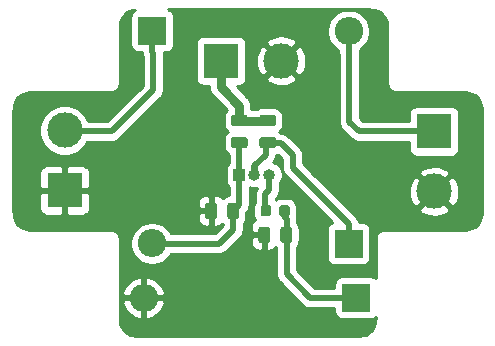
<source format=gbr>
G04 #@! TF.GenerationSoftware,KiCad,Pcbnew,(5.1.5)-3*
G04 #@! TF.CreationDate,2020-12-09T18:09:46+02:00*
G04 #@! TF.ProjectId,Single_tranzistor_AMP,53696e67-6c65-45f7-9472-616e7a697374,V1.0*
G04 #@! TF.SameCoordinates,Original*
G04 #@! TF.FileFunction,Copper,L1,Top*
G04 #@! TF.FilePolarity,Positive*
%FSLAX46Y46*%
G04 Gerber Fmt 4.6, Leading zero omitted, Abs format (unit mm)*
G04 Created by KiCad (PCBNEW (5.1.5)-3) date 2020-12-09 18:09:46*
%MOMM*%
%LPD*%
G04 APERTURE LIST*
%ADD10O,2.400000X2.400000*%
%ADD11R,2.400000X2.400000*%
%ADD12R,3.000000X3.000000*%
%ADD13C,3.000000*%
%ADD14R,1.000000X1.000000*%
%ADD15O,1.000000X1.000000*%
%ADD16C,0.100000*%
%ADD17C,0.500000*%
%ADD18C,0.750000*%
%ADD19C,0.254000*%
G04 APERTURE END LIST*
D10*
X26688000Y-38084000D03*
D11*
X44688000Y-38084000D03*
X27416000Y-15478000D03*
D10*
X27416000Y-33478000D03*
D11*
X44046000Y-33512000D03*
D10*
X44046000Y-15512000D03*
D12*
X20000000Y-29000000D03*
D13*
X20000000Y-23920000D03*
X51292000Y-29080000D03*
D12*
X51292000Y-24000000D03*
D14*
X34782000Y-27670000D03*
D15*
X36052000Y-27670000D03*
X37322000Y-27670000D03*
G04 #@! TA.AperFunction,SMDPad,CuDef*
D16*
G36*
X35276142Y-22586174D02*
G01*
X35299803Y-22589684D01*
X35323007Y-22595496D01*
X35345529Y-22603554D01*
X35367153Y-22613782D01*
X35387670Y-22626079D01*
X35406883Y-22640329D01*
X35424607Y-22656393D01*
X35440671Y-22674117D01*
X35454921Y-22693330D01*
X35467218Y-22713847D01*
X35477446Y-22735471D01*
X35485504Y-22757993D01*
X35491316Y-22781197D01*
X35494826Y-22804858D01*
X35496000Y-22828750D01*
X35496000Y-23316250D01*
X35494826Y-23340142D01*
X35491316Y-23363803D01*
X35485504Y-23387007D01*
X35477446Y-23409529D01*
X35467218Y-23431153D01*
X35454921Y-23451670D01*
X35440671Y-23470883D01*
X35424607Y-23488607D01*
X35406883Y-23504671D01*
X35387670Y-23518921D01*
X35367153Y-23531218D01*
X35345529Y-23541446D01*
X35323007Y-23549504D01*
X35299803Y-23555316D01*
X35276142Y-23558826D01*
X35252250Y-23560000D01*
X34339750Y-23560000D01*
X34315858Y-23558826D01*
X34292197Y-23555316D01*
X34268993Y-23549504D01*
X34246471Y-23541446D01*
X34224847Y-23531218D01*
X34204330Y-23518921D01*
X34185117Y-23504671D01*
X34167393Y-23488607D01*
X34151329Y-23470883D01*
X34137079Y-23451670D01*
X34124782Y-23431153D01*
X34114554Y-23409529D01*
X34106496Y-23387007D01*
X34100684Y-23363803D01*
X34097174Y-23340142D01*
X34096000Y-23316250D01*
X34096000Y-22828750D01*
X34097174Y-22804858D01*
X34100684Y-22781197D01*
X34106496Y-22757993D01*
X34114554Y-22735471D01*
X34124782Y-22713847D01*
X34137079Y-22693330D01*
X34151329Y-22674117D01*
X34167393Y-22656393D01*
X34185117Y-22640329D01*
X34204330Y-22626079D01*
X34224847Y-22613782D01*
X34246471Y-22603554D01*
X34268993Y-22595496D01*
X34292197Y-22589684D01*
X34315858Y-22586174D01*
X34339750Y-22585000D01*
X35252250Y-22585000D01*
X35276142Y-22586174D01*
G37*
G04 #@! TD.AperFunction*
G04 #@! TA.AperFunction,SMDPad,CuDef*
G36*
X35276142Y-24461174D02*
G01*
X35299803Y-24464684D01*
X35323007Y-24470496D01*
X35345529Y-24478554D01*
X35367153Y-24488782D01*
X35387670Y-24501079D01*
X35406883Y-24515329D01*
X35424607Y-24531393D01*
X35440671Y-24549117D01*
X35454921Y-24568330D01*
X35467218Y-24588847D01*
X35477446Y-24610471D01*
X35485504Y-24632993D01*
X35491316Y-24656197D01*
X35494826Y-24679858D01*
X35496000Y-24703750D01*
X35496000Y-25191250D01*
X35494826Y-25215142D01*
X35491316Y-25238803D01*
X35485504Y-25262007D01*
X35477446Y-25284529D01*
X35467218Y-25306153D01*
X35454921Y-25326670D01*
X35440671Y-25345883D01*
X35424607Y-25363607D01*
X35406883Y-25379671D01*
X35387670Y-25393921D01*
X35367153Y-25406218D01*
X35345529Y-25416446D01*
X35323007Y-25424504D01*
X35299803Y-25430316D01*
X35276142Y-25433826D01*
X35252250Y-25435000D01*
X34339750Y-25435000D01*
X34315858Y-25433826D01*
X34292197Y-25430316D01*
X34268993Y-25424504D01*
X34246471Y-25416446D01*
X34224847Y-25406218D01*
X34204330Y-25393921D01*
X34185117Y-25379671D01*
X34167393Y-25363607D01*
X34151329Y-25345883D01*
X34137079Y-25326670D01*
X34124782Y-25306153D01*
X34114554Y-25284529D01*
X34106496Y-25262007D01*
X34100684Y-25238803D01*
X34097174Y-25215142D01*
X34096000Y-25191250D01*
X34096000Y-24703750D01*
X34097174Y-24679858D01*
X34100684Y-24656197D01*
X34106496Y-24632993D01*
X34114554Y-24610471D01*
X34124782Y-24588847D01*
X34137079Y-24568330D01*
X34151329Y-24549117D01*
X34167393Y-24531393D01*
X34185117Y-24515329D01*
X34204330Y-24501079D01*
X34224847Y-24488782D01*
X34246471Y-24478554D01*
X34268993Y-24470496D01*
X34292197Y-24464684D01*
X34315858Y-24461174D01*
X34339750Y-24460000D01*
X35252250Y-24460000D01*
X35276142Y-24461174D01*
G37*
G04 #@! TD.AperFunction*
G04 #@! TA.AperFunction,SMDPad,CuDef*
G36*
X32666642Y-30019174D02*
G01*
X32690303Y-30022684D01*
X32713507Y-30028496D01*
X32736029Y-30036554D01*
X32757653Y-30046782D01*
X32778170Y-30059079D01*
X32797383Y-30073329D01*
X32815107Y-30089393D01*
X32831171Y-30107117D01*
X32845421Y-30126330D01*
X32857718Y-30146847D01*
X32867946Y-30168471D01*
X32876004Y-30190993D01*
X32881816Y-30214197D01*
X32885326Y-30237858D01*
X32886500Y-30261750D01*
X32886500Y-31174250D01*
X32885326Y-31198142D01*
X32881816Y-31221803D01*
X32876004Y-31245007D01*
X32867946Y-31267529D01*
X32857718Y-31289153D01*
X32845421Y-31309670D01*
X32831171Y-31328883D01*
X32815107Y-31346607D01*
X32797383Y-31362671D01*
X32778170Y-31376921D01*
X32757653Y-31389218D01*
X32736029Y-31399446D01*
X32713507Y-31407504D01*
X32690303Y-31413316D01*
X32666642Y-31416826D01*
X32642750Y-31418000D01*
X32155250Y-31418000D01*
X32131358Y-31416826D01*
X32107697Y-31413316D01*
X32084493Y-31407504D01*
X32061971Y-31399446D01*
X32040347Y-31389218D01*
X32019830Y-31376921D01*
X32000617Y-31362671D01*
X31982893Y-31346607D01*
X31966829Y-31328883D01*
X31952579Y-31309670D01*
X31940282Y-31289153D01*
X31930054Y-31267529D01*
X31921996Y-31245007D01*
X31916184Y-31221803D01*
X31912674Y-31198142D01*
X31911500Y-31174250D01*
X31911500Y-30261750D01*
X31912674Y-30237858D01*
X31916184Y-30214197D01*
X31921996Y-30190993D01*
X31930054Y-30168471D01*
X31940282Y-30146847D01*
X31952579Y-30126330D01*
X31966829Y-30107117D01*
X31982893Y-30089393D01*
X32000617Y-30073329D01*
X32019830Y-30059079D01*
X32040347Y-30046782D01*
X32061971Y-30036554D01*
X32084493Y-30028496D01*
X32107697Y-30022684D01*
X32131358Y-30019174D01*
X32155250Y-30018000D01*
X32642750Y-30018000D01*
X32666642Y-30019174D01*
G37*
G04 #@! TD.AperFunction*
G04 #@! TA.AperFunction,SMDPad,CuDef*
G36*
X34541642Y-30019174D02*
G01*
X34565303Y-30022684D01*
X34588507Y-30028496D01*
X34611029Y-30036554D01*
X34632653Y-30046782D01*
X34653170Y-30059079D01*
X34672383Y-30073329D01*
X34690107Y-30089393D01*
X34706171Y-30107117D01*
X34720421Y-30126330D01*
X34732718Y-30146847D01*
X34742946Y-30168471D01*
X34751004Y-30190993D01*
X34756816Y-30214197D01*
X34760326Y-30237858D01*
X34761500Y-30261750D01*
X34761500Y-31174250D01*
X34760326Y-31198142D01*
X34756816Y-31221803D01*
X34751004Y-31245007D01*
X34742946Y-31267529D01*
X34732718Y-31289153D01*
X34720421Y-31309670D01*
X34706171Y-31328883D01*
X34690107Y-31346607D01*
X34672383Y-31362671D01*
X34653170Y-31376921D01*
X34632653Y-31389218D01*
X34611029Y-31399446D01*
X34588507Y-31407504D01*
X34565303Y-31413316D01*
X34541642Y-31416826D01*
X34517750Y-31418000D01*
X34030250Y-31418000D01*
X34006358Y-31416826D01*
X33982697Y-31413316D01*
X33959493Y-31407504D01*
X33936971Y-31399446D01*
X33915347Y-31389218D01*
X33894830Y-31376921D01*
X33875617Y-31362671D01*
X33857893Y-31346607D01*
X33841829Y-31328883D01*
X33827579Y-31309670D01*
X33815282Y-31289153D01*
X33805054Y-31267529D01*
X33796996Y-31245007D01*
X33791184Y-31221803D01*
X33787674Y-31198142D01*
X33786500Y-31174250D01*
X33786500Y-30261750D01*
X33787674Y-30237858D01*
X33791184Y-30214197D01*
X33796996Y-30190993D01*
X33805054Y-30168471D01*
X33815282Y-30146847D01*
X33827579Y-30126330D01*
X33841829Y-30107117D01*
X33857893Y-30089393D01*
X33875617Y-30073329D01*
X33894830Y-30059079D01*
X33915347Y-30046782D01*
X33936971Y-30036554D01*
X33959493Y-30028496D01*
X33982697Y-30022684D01*
X34006358Y-30019174D01*
X34030250Y-30018000D01*
X34517750Y-30018000D01*
X34541642Y-30019174D01*
G37*
G04 #@! TD.AperFunction*
G04 #@! TA.AperFunction,SMDPad,CuDef*
G36*
X37676142Y-22586174D02*
G01*
X37699803Y-22589684D01*
X37723007Y-22595496D01*
X37745529Y-22603554D01*
X37767153Y-22613782D01*
X37787670Y-22626079D01*
X37806883Y-22640329D01*
X37824607Y-22656393D01*
X37840671Y-22674117D01*
X37854921Y-22693330D01*
X37867218Y-22713847D01*
X37877446Y-22735471D01*
X37885504Y-22757993D01*
X37891316Y-22781197D01*
X37894826Y-22804858D01*
X37896000Y-22828750D01*
X37896000Y-23316250D01*
X37894826Y-23340142D01*
X37891316Y-23363803D01*
X37885504Y-23387007D01*
X37877446Y-23409529D01*
X37867218Y-23431153D01*
X37854921Y-23451670D01*
X37840671Y-23470883D01*
X37824607Y-23488607D01*
X37806883Y-23504671D01*
X37787670Y-23518921D01*
X37767153Y-23531218D01*
X37745529Y-23541446D01*
X37723007Y-23549504D01*
X37699803Y-23555316D01*
X37676142Y-23558826D01*
X37652250Y-23560000D01*
X36739750Y-23560000D01*
X36715858Y-23558826D01*
X36692197Y-23555316D01*
X36668993Y-23549504D01*
X36646471Y-23541446D01*
X36624847Y-23531218D01*
X36604330Y-23518921D01*
X36585117Y-23504671D01*
X36567393Y-23488607D01*
X36551329Y-23470883D01*
X36537079Y-23451670D01*
X36524782Y-23431153D01*
X36514554Y-23409529D01*
X36506496Y-23387007D01*
X36500684Y-23363803D01*
X36497174Y-23340142D01*
X36496000Y-23316250D01*
X36496000Y-22828750D01*
X36497174Y-22804858D01*
X36500684Y-22781197D01*
X36506496Y-22757993D01*
X36514554Y-22735471D01*
X36524782Y-22713847D01*
X36537079Y-22693330D01*
X36551329Y-22674117D01*
X36567393Y-22656393D01*
X36585117Y-22640329D01*
X36604330Y-22626079D01*
X36624847Y-22613782D01*
X36646471Y-22603554D01*
X36668993Y-22595496D01*
X36692197Y-22589684D01*
X36715858Y-22586174D01*
X36739750Y-22585000D01*
X37652250Y-22585000D01*
X37676142Y-22586174D01*
G37*
G04 #@! TD.AperFunction*
G04 #@! TA.AperFunction,SMDPad,CuDef*
G36*
X37676142Y-24461174D02*
G01*
X37699803Y-24464684D01*
X37723007Y-24470496D01*
X37745529Y-24478554D01*
X37767153Y-24488782D01*
X37787670Y-24501079D01*
X37806883Y-24515329D01*
X37824607Y-24531393D01*
X37840671Y-24549117D01*
X37854921Y-24568330D01*
X37867218Y-24588847D01*
X37877446Y-24610471D01*
X37885504Y-24632993D01*
X37891316Y-24656197D01*
X37894826Y-24679858D01*
X37896000Y-24703750D01*
X37896000Y-25191250D01*
X37894826Y-25215142D01*
X37891316Y-25238803D01*
X37885504Y-25262007D01*
X37877446Y-25284529D01*
X37867218Y-25306153D01*
X37854921Y-25326670D01*
X37840671Y-25345883D01*
X37824607Y-25363607D01*
X37806883Y-25379671D01*
X37787670Y-25393921D01*
X37767153Y-25406218D01*
X37745529Y-25416446D01*
X37723007Y-25424504D01*
X37699803Y-25430316D01*
X37676142Y-25433826D01*
X37652250Y-25435000D01*
X36739750Y-25435000D01*
X36715858Y-25433826D01*
X36692197Y-25430316D01*
X36668993Y-25424504D01*
X36646471Y-25416446D01*
X36624847Y-25406218D01*
X36604330Y-25393921D01*
X36585117Y-25379671D01*
X36567393Y-25363607D01*
X36551329Y-25345883D01*
X36537079Y-25326670D01*
X36524782Y-25306153D01*
X36514554Y-25284529D01*
X36506496Y-25262007D01*
X36500684Y-25238803D01*
X36497174Y-25215142D01*
X36496000Y-25191250D01*
X36496000Y-24703750D01*
X36497174Y-24679858D01*
X36500684Y-24656197D01*
X36506496Y-24632993D01*
X36514554Y-24610471D01*
X36524782Y-24588847D01*
X36537079Y-24568330D01*
X36551329Y-24549117D01*
X36567393Y-24531393D01*
X36585117Y-24515329D01*
X36604330Y-24501079D01*
X36624847Y-24488782D01*
X36646471Y-24478554D01*
X36668993Y-24470496D01*
X36692197Y-24464684D01*
X36715858Y-24461174D01*
X36739750Y-24460000D01*
X37652250Y-24460000D01*
X37676142Y-24461174D01*
G37*
G04 #@! TD.AperFunction*
G04 #@! TA.AperFunction,SMDPad,CuDef*
G36*
X37282691Y-30244053D02*
G01*
X37303926Y-30247203D01*
X37324750Y-30252419D01*
X37344962Y-30259651D01*
X37364368Y-30268830D01*
X37382781Y-30279866D01*
X37400024Y-30292654D01*
X37415930Y-30307070D01*
X37430346Y-30322976D01*
X37443134Y-30340219D01*
X37454170Y-30358632D01*
X37463349Y-30378038D01*
X37470581Y-30398250D01*
X37475797Y-30419074D01*
X37478947Y-30440309D01*
X37480000Y-30461750D01*
X37480000Y-30974250D01*
X37478947Y-30995691D01*
X37475797Y-31016926D01*
X37470581Y-31037750D01*
X37463349Y-31057962D01*
X37454170Y-31077368D01*
X37443134Y-31095781D01*
X37430346Y-31113024D01*
X37415930Y-31128930D01*
X37400024Y-31143346D01*
X37382781Y-31156134D01*
X37364368Y-31167170D01*
X37344962Y-31176349D01*
X37324750Y-31183581D01*
X37303926Y-31188797D01*
X37282691Y-31191947D01*
X37261250Y-31193000D01*
X36823750Y-31193000D01*
X36802309Y-31191947D01*
X36781074Y-31188797D01*
X36760250Y-31183581D01*
X36740038Y-31176349D01*
X36720632Y-31167170D01*
X36702219Y-31156134D01*
X36684976Y-31143346D01*
X36669070Y-31128930D01*
X36654654Y-31113024D01*
X36641866Y-31095781D01*
X36630830Y-31077368D01*
X36621651Y-31057962D01*
X36614419Y-31037750D01*
X36609203Y-31016926D01*
X36606053Y-30995691D01*
X36605000Y-30974250D01*
X36605000Y-30461750D01*
X36606053Y-30440309D01*
X36609203Y-30419074D01*
X36614419Y-30398250D01*
X36621651Y-30378038D01*
X36630830Y-30358632D01*
X36641866Y-30340219D01*
X36654654Y-30322976D01*
X36669070Y-30307070D01*
X36684976Y-30292654D01*
X36702219Y-30279866D01*
X36720632Y-30268830D01*
X36740038Y-30259651D01*
X36760250Y-30252419D01*
X36781074Y-30247203D01*
X36802309Y-30244053D01*
X36823750Y-30243000D01*
X37261250Y-30243000D01*
X37282691Y-30244053D01*
G37*
G04 #@! TD.AperFunction*
G04 #@! TA.AperFunction,SMDPad,CuDef*
G36*
X38857691Y-30244053D02*
G01*
X38878926Y-30247203D01*
X38899750Y-30252419D01*
X38919962Y-30259651D01*
X38939368Y-30268830D01*
X38957781Y-30279866D01*
X38975024Y-30292654D01*
X38990930Y-30307070D01*
X39005346Y-30322976D01*
X39018134Y-30340219D01*
X39029170Y-30358632D01*
X39038349Y-30378038D01*
X39045581Y-30398250D01*
X39050797Y-30419074D01*
X39053947Y-30440309D01*
X39055000Y-30461750D01*
X39055000Y-30974250D01*
X39053947Y-30995691D01*
X39050797Y-31016926D01*
X39045581Y-31037750D01*
X39038349Y-31057962D01*
X39029170Y-31077368D01*
X39018134Y-31095781D01*
X39005346Y-31113024D01*
X38990930Y-31128930D01*
X38975024Y-31143346D01*
X38957781Y-31156134D01*
X38939368Y-31167170D01*
X38919962Y-31176349D01*
X38899750Y-31183581D01*
X38878926Y-31188797D01*
X38857691Y-31191947D01*
X38836250Y-31193000D01*
X38398750Y-31193000D01*
X38377309Y-31191947D01*
X38356074Y-31188797D01*
X38335250Y-31183581D01*
X38315038Y-31176349D01*
X38295632Y-31167170D01*
X38277219Y-31156134D01*
X38259976Y-31143346D01*
X38244070Y-31128930D01*
X38229654Y-31113024D01*
X38216866Y-31095781D01*
X38205830Y-31077368D01*
X38196651Y-31057962D01*
X38189419Y-31037750D01*
X38184203Y-31016926D01*
X38181053Y-30995691D01*
X38180000Y-30974250D01*
X38180000Y-30461750D01*
X38181053Y-30440309D01*
X38184203Y-30419074D01*
X38189419Y-30398250D01*
X38196651Y-30378038D01*
X38205830Y-30358632D01*
X38216866Y-30340219D01*
X38229654Y-30322976D01*
X38244070Y-30307070D01*
X38259976Y-30292654D01*
X38277219Y-30279866D01*
X38295632Y-30268830D01*
X38315038Y-30259651D01*
X38335250Y-30252419D01*
X38356074Y-30247203D01*
X38377309Y-30244053D01*
X38398750Y-30243000D01*
X38836250Y-30243000D01*
X38857691Y-30244053D01*
G37*
G04 #@! TD.AperFunction*
G04 #@! TA.AperFunction,SMDPad,CuDef*
G36*
X37160142Y-32051174D02*
G01*
X37183803Y-32054684D01*
X37207007Y-32060496D01*
X37229529Y-32068554D01*
X37251153Y-32078782D01*
X37271670Y-32091079D01*
X37290883Y-32105329D01*
X37308607Y-32121393D01*
X37324671Y-32139117D01*
X37338921Y-32158330D01*
X37351218Y-32178847D01*
X37361446Y-32200471D01*
X37369504Y-32222993D01*
X37375316Y-32246197D01*
X37378826Y-32269858D01*
X37380000Y-32293750D01*
X37380000Y-33206250D01*
X37378826Y-33230142D01*
X37375316Y-33253803D01*
X37369504Y-33277007D01*
X37361446Y-33299529D01*
X37351218Y-33321153D01*
X37338921Y-33341670D01*
X37324671Y-33360883D01*
X37308607Y-33378607D01*
X37290883Y-33394671D01*
X37271670Y-33408921D01*
X37251153Y-33421218D01*
X37229529Y-33431446D01*
X37207007Y-33439504D01*
X37183803Y-33445316D01*
X37160142Y-33448826D01*
X37136250Y-33450000D01*
X36648750Y-33450000D01*
X36624858Y-33448826D01*
X36601197Y-33445316D01*
X36577993Y-33439504D01*
X36555471Y-33431446D01*
X36533847Y-33421218D01*
X36513330Y-33408921D01*
X36494117Y-33394671D01*
X36476393Y-33378607D01*
X36460329Y-33360883D01*
X36446079Y-33341670D01*
X36433782Y-33321153D01*
X36423554Y-33299529D01*
X36415496Y-33277007D01*
X36409684Y-33253803D01*
X36406174Y-33230142D01*
X36405000Y-33206250D01*
X36405000Y-32293750D01*
X36406174Y-32269858D01*
X36409684Y-32246197D01*
X36415496Y-32222993D01*
X36423554Y-32200471D01*
X36433782Y-32178847D01*
X36446079Y-32158330D01*
X36460329Y-32139117D01*
X36476393Y-32121393D01*
X36494117Y-32105329D01*
X36513330Y-32091079D01*
X36533847Y-32078782D01*
X36555471Y-32068554D01*
X36577993Y-32060496D01*
X36601197Y-32054684D01*
X36624858Y-32051174D01*
X36648750Y-32050000D01*
X37136250Y-32050000D01*
X37160142Y-32051174D01*
G37*
G04 #@! TD.AperFunction*
G04 #@! TA.AperFunction,SMDPad,CuDef*
G36*
X39035142Y-32051174D02*
G01*
X39058803Y-32054684D01*
X39082007Y-32060496D01*
X39104529Y-32068554D01*
X39126153Y-32078782D01*
X39146670Y-32091079D01*
X39165883Y-32105329D01*
X39183607Y-32121393D01*
X39199671Y-32139117D01*
X39213921Y-32158330D01*
X39226218Y-32178847D01*
X39236446Y-32200471D01*
X39244504Y-32222993D01*
X39250316Y-32246197D01*
X39253826Y-32269858D01*
X39255000Y-32293750D01*
X39255000Y-33206250D01*
X39253826Y-33230142D01*
X39250316Y-33253803D01*
X39244504Y-33277007D01*
X39236446Y-33299529D01*
X39226218Y-33321153D01*
X39213921Y-33341670D01*
X39199671Y-33360883D01*
X39183607Y-33378607D01*
X39165883Y-33394671D01*
X39146670Y-33408921D01*
X39126153Y-33421218D01*
X39104529Y-33431446D01*
X39082007Y-33439504D01*
X39058803Y-33445316D01*
X39035142Y-33448826D01*
X39011250Y-33450000D01*
X38523750Y-33450000D01*
X38499858Y-33448826D01*
X38476197Y-33445316D01*
X38452993Y-33439504D01*
X38430471Y-33431446D01*
X38408847Y-33421218D01*
X38388330Y-33408921D01*
X38369117Y-33394671D01*
X38351393Y-33378607D01*
X38335329Y-33360883D01*
X38321079Y-33341670D01*
X38308782Y-33321153D01*
X38298554Y-33299529D01*
X38290496Y-33277007D01*
X38284684Y-33253803D01*
X38281174Y-33230142D01*
X38280000Y-33206250D01*
X38280000Y-32293750D01*
X38281174Y-32269858D01*
X38284684Y-32246197D01*
X38290496Y-32222993D01*
X38298554Y-32200471D01*
X38308782Y-32178847D01*
X38321079Y-32158330D01*
X38335329Y-32139117D01*
X38351393Y-32121393D01*
X38369117Y-32105329D01*
X38388330Y-32091079D01*
X38408847Y-32078782D01*
X38430471Y-32068554D01*
X38452993Y-32060496D01*
X38476197Y-32054684D01*
X38499858Y-32051174D01*
X38523750Y-32050000D01*
X39011250Y-32050000D01*
X39035142Y-32051174D01*
G37*
G04 #@! TD.AperFunction*
D12*
X33258000Y-18018000D03*
D13*
X38338000Y-18018000D03*
D17*
X27416000Y-17255765D02*
X27500000Y-17339765D01*
X27416000Y-15478000D02*
X27416000Y-17255765D01*
X27500000Y-17339765D02*
X27500000Y-20500000D01*
X27500000Y-20500000D02*
X24000000Y-24000000D01*
X24000000Y-24000000D02*
X20000000Y-24000000D01*
X34796000Y-24947500D02*
X34796000Y-27696000D01*
X34796000Y-27696000D02*
X34800000Y-27700000D01*
X34782000Y-27670000D02*
X34782000Y-30218000D01*
X34782000Y-30218000D02*
X34300000Y-30700000D01*
X34274000Y-30718000D02*
X34274000Y-32326000D01*
X34274000Y-32326000D02*
X33100000Y-33500000D01*
X33100000Y-33500000D02*
X27200000Y-33500000D01*
X27200000Y-33500000D02*
X27300000Y-33500000D01*
X38617500Y-31193000D02*
X38800000Y-31375500D01*
X38617500Y-30718000D02*
X38617500Y-31193000D01*
X38800000Y-31375500D02*
X38800000Y-32900000D01*
X38800000Y-32900000D02*
X38800000Y-36100000D01*
X38800000Y-36100000D02*
X40800000Y-38100000D01*
X40800000Y-38100000D02*
X44700000Y-38100000D01*
X44046000Y-31812000D02*
X39300000Y-27066000D01*
X44046000Y-33512000D02*
X44046000Y-31812000D01*
X39300000Y-26000000D02*
X38300000Y-25000000D01*
X38300000Y-25000000D02*
X37300000Y-25000000D01*
X36100000Y-26900000D02*
X36100000Y-27600000D01*
X39300000Y-26500000D02*
X39300000Y-26000000D01*
X39300000Y-27066000D02*
X39300000Y-26500000D01*
X36052000Y-26962894D02*
X37014894Y-26000000D01*
X36052000Y-27670000D02*
X36052000Y-26962894D01*
X37014894Y-26000000D02*
X37014894Y-25014894D01*
X44046000Y-17209056D02*
X44100000Y-17263056D01*
X44046000Y-15512000D02*
X44046000Y-17209056D01*
X44100000Y-17263056D02*
X44100000Y-22600000D01*
X44100000Y-22600000D02*
X44100000Y-23200000D01*
X44100000Y-23200000D02*
X44900000Y-24000000D01*
X44900000Y-24000000D02*
X51100000Y-24000000D01*
X37322000Y-27670000D02*
X37322000Y-28978000D01*
X37322000Y-28978000D02*
X37000000Y-29300000D01*
X37000000Y-29300000D02*
X37000000Y-30800000D01*
D18*
X33258000Y-20268000D02*
X34800000Y-21810000D01*
X33258000Y-18018000D02*
X33258000Y-20268000D01*
X34800000Y-21810000D02*
X34800000Y-23100000D01*
X34800000Y-23100000D02*
X37300000Y-23100000D01*
D19*
G36*
X45789852Y-13662468D02*
G01*
X45922528Y-13690668D01*
X45932179Y-13691683D01*
X46252829Y-13723123D01*
X46496026Y-13796549D01*
X46720331Y-13915814D01*
X46917199Y-14076375D01*
X47079131Y-14272117D01*
X47199957Y-14495580D01*
X47275080Y-14738264D01*
X47308758Y-15058684D01*
X47312639Y-15077592D01*
X47318714Y-15137385D01*
X47340001Y-15207006D01*
X47340000Y-19967581D01*
X47336807Y-20000000D01*
X47349550Y-20129383D01*
X47387290Y-20253793D01*
X47448575Y-20368450D01*
X47506149Y-20438604D01*
X47531052Y-20468948D01*
X47631550Y-20551425D01*
X47746207Y-20612710D01*
X47870617Y-20650450D01*
X48000000Y-20663193D01*
X48032419Y-20660000D01*
X53784094Y-20660000D01*
X53789852Y-20662468D01*
X53922528Y-20690668D01*
X53932179Y-20691683D01*
X54252829Y-20723123D01*
X54496026Y-20796549D01*
X54720331Y-20915814D01*
X54917199Y-21076375D01*
X55079131Y-21272117D01*
X55199957Y-21495580D01*
X55275080Y-21738264D01*
X55308758Y-22058684D01*
X55312639Y-22077592D01*
X55318714Y-22137385D01*
X55340001Y-22207006D01*
X55340000Y-30784094D01*
X55337532Y-30789852D01*
X55309332Y-30922528D01*
X55308317Y-30932179D01*
X55276877Y-31252831D01*
X55203451Y-31496028D01*
X55084185Y-31720333D01*
X54923625Y-31917198D01*
X54727881Y-32079132D01*
X54504416Y-32199959D01*
X54261737Y-32275080D01*
X53941315Y-32308758D01*
X53922407Y-32312639D01*
X53862615Y-32318714D01*
X53792997Y-32340000D01*
X47032419Y-32340000D01*
X47000000Y-32336807D01*
X46967581Y-32340000D01*
X46870617Y-32349550D01*
X46746207Y-32387290D01*
X46631550Y-32448575D01*
X46531052Y-32531052D01*
X46448575Y-32631550D01*
X46387290Y-32746207D01*
X46349550Y-32870617D01*
X46336807Y-33000000D01*
X46340001Y-33032429D01*
X46340001Y-36433809D01*
X46339185Y-36432815D01*
X46242494Y-36353463D01*
X46132180Y-36294498D01*
X46012482Y-36258188D01*
X45888000Y-36245928D01*
X43488000Y-36245928D01*
X43363518Y-36258188D01*
X43243820Y-36294498D01*
X43133506Y-36353463D01*
X43036815Y-36432815D01*
X42957463Y-36529506D01*
X42898498Y-36639820D01*
X42862188Y-36759518D01*
X42849928Y-36884000D01*
X42849928Y-37215000D01*
X41166579Y-37215000D01*
X39685000Y-35733422D01*
X39685000Y-33768614D01*
X39744458Y-33696164D01*
X39825947Y-33543709D01*
X39876128Y-33378285D01*
X39893072Y-33206250D01*
X39893072Y-32293750D01*
X39876128Y-32121715D01*
X39825947Y-31956291D01*
X39744458Y-31803836D01*
X39685000Y-31731386D01*
X39685000Y-31418969D01*
X39689281Y-31375500D01*
X39685000Y-31332031D01*
X39685000Y-31332023D01*
X39672195Y-31202010D01*
X39665210Y-31178983D01*
X39676608Y-31141408D01*
X39693072Y-30974250D01*
X39693072Y-30461750D01*
X39676608Y-30294592D01*
X39627850Y-30133858D01*
X39548671Y-29985725D01*
X39442115Y-29855885D01*
X39312275Y-29749329D01*
X39164142Y-29670150D01*
X39003408Y-29621392D01*
X38836250Y-29604928D01*
X38398750Y-29604928D01*
X38231592Y-29621392D01*
X38070858Y-29670150D01*
X37922725Y-29749329D01*
X37885000Y-29780289D01*
X37885000Y-29666578D01*
X37917044Y-29634534D01*
X37950817Y-29606817D01*
X38061411Y-29472059D01*
X38143589Y-29318313D01*
X38194195Y-29151490D01*
X38207000Y-29021477D01*
X38207000Y-29021469D01*
X38211281Y-28978000D01*
X38207000Y-28934531D01*
X38207000Y-28388450D01*
X38327824Y-28207624D01*
X38413383Y-28001067D01*
X38457000Y-27781788D01*
X38457000Y-27558212D01*
X38413383Y-27338933D01*
X38327824Y-27132376D01*
X38203612Y-26946480D01*
X38045520Y-26788388D01*
X37859624Y-26664176D01*
X37676831Y-26588460D01*
X37684910Y-26578617D01*
X37754305Y-26494059D01*
X37774368Y-26456523D01*
X37836483Y-26340313D01*
X37887089Y-26173490D01*
X37899894Y-26043477D01*
X37899894Y-26043469D01*
X37900937Y-26032876D01*
X37989709Y-26005947D01*
X38031846Y-25983424D01*
X38415000Y-26366579D01*
X38415000Y-27022531D01*
X38410719Y-27066000D01*
X38415000Y-27109469D01*
X38415000Y-27109476D01*
X38427805Y-27239489D01*
X38478411Y-27406312D01*
X38560589Y-27560058D01*
X38671183Y-27694817D01*
X38704956Y-27722534D01*
X42680923Y-31698502D01*
X42601820Y-31722498D01*
X42491506Y-31781463D01*
X42394815Y-31860815D01*
X42315463Y-31957506D01*
X42256498Y-32067820D01*
X42220188Y-32187518D01*
X42207928Y-32312000D01*
X42207928Y-34712000D01*
X42220188Y-34836482D01*
X42256498Y-34956180D01*
X42315463Y-35066494D01*
X42394815Y-35163185D01*
X42491506Y-35242537D01*
X42601820Y-35301502D01*
X42721518Y-35337812D01*
X42846000Y-35350072D01*
X45246000Y-35350072D01*
X45370482Y-35337812D01*
X45490180Y-35301502D01*
X45600494Y-35242537D01*
X45697185Y-35163185D01*
X45776537Y-35066494D01*
X45835502Y-34956180D01*
X45871812Y-34836482D01*
X45884072Y-34712000D01*
X45884072Y-32312000D01*
X45871812Y-32187518D01*
X45835502Y-32067820D01*
X45776537Y-31957506D01*
X45697185Y-31860815D01*
X45600494Y-31781463D01*
X45490180Y-31722498D01*
X45370482Y-31686188D01*
X45246000Y-31673928D01*
X44921683Y-31673928D01*
X44918195Y-31638510D01*
X44908841Y-31607673D01*
X44867589Y-31471686D01*
X44785411Y-31317941D01*
X44702532Y-31216953D01*
X44702530Y-31216951D01*
X44674817Y-31183183D01*
X44641049Y-31155470D01*
X44057232Y-30571653D01*
X49979952Y-30571653D01*
X50135962Y-30887214D01*
X50510745Y-31078020D01*
X50915551Y-31192044D01*
X51334824Y-31224902D01*
X51752451Y-31175334D01*
X52152383Y-31045243D01*
X52448038Y-30887214D01*
X52604048Y-30571653D01*
X51292000Y-29259605D01*
X49979952Y-30571653D01*
X44057232Y-30571653D01*
X42608403Y-29122824D01*
X49147098Y-29122824D01*
X49196666Y-29540451D01*
X49326757Y-29940383D01*
X49484786Y-30236038D01*
X49800347Y-30392048D01*
X51112395Y-29080000D01*
X51471605Y-29080000D01*
X52783653Y-30392048D01*
X53099214Y-30236038D01*
X53290020Y-29861255D01*
X53404044Y-29456449D01*
X53436902Y-29037176D01*
X53387334Y-28619549D01*
X53257243Y-28219617D01*
X53099214Y-27923962D01*
X52783653Y-27767952D01*
X51471605Y-29080000D01*
X51112395Y-29080000D01*
X49800347Y-27767952D01*
X49484786Y-27923962D01*
X49293980Y-28298745D01*
X49179956Y-28703551D01*
X49147098Y-29122824D01*
X42608403Y-29122824D01*
X41073926Y-27588347D01*
X49979952Y-27588347D01*
X51292000Y-28900395D01*
X52604048Y-27588347D01*
X52448038Y-27272786D01*
X52073255Y-27081980D01*
X51668449Y-26967956D01*
X51249176Y-26935098D01*
X50831549Y-26984666D01*
X50431617Y-27114757D01*
X50135962Y-27272786D01*
X49979952Y-27588347D01*
X41073926Y-27588347D01*
X40185000Y-26699422D01*
X40185000Y-26043469D01*
X40189281Y-26000000D01*
X40185000Y-25956531D01*
X40185000Y-25956523D01*
X40172195Y-25826510D01*
X40147220Y-25744180D01*
X40121589Y-25659686D01*
X40039411Y-25505941D01*
X39956532Y-25404953D01*
X39956530Y-25404951D01*
X39928817Y-25371183D01*
X39895049Y-25343470D01*
X38956534Y-24404956D01*
X38928817Y-24371183D01*
X38794059Y-24260589D01*
X38640313Y-24178411D01*
X38473490Y-24127805D01*
X38343477Y-24115000D01*
X38343469Y-24115000D01*
X38300905Y-24110808D01*
X38275792Y-24080208D01*
X38190244Y-24010000D01*
X38275792Y-23939792D01*
X38385458Y-23806164D01*
X38466947Y-23653709D01*
X38517128Y-23488285D01*
X38534072Y-23316250D01*
X38534072Y-22828750D01*
X38517128Y-22656715D01*
X38466947Y-22491291D01*
X38385458Y-22338836D01*
X38275792Y-22205208D01*
X38142164Y-22095542D01*
X37989709Y-22014053D01*
X37824285Y-21963872D01*
X37652250Y-21946928D01*
X36739750Y-21946928D01*
X36567715Y-21963872D01*
X36402291Y-22014053D01*
X36260204Y-22090000D01*
X35810000Y-22090000D01*
X35810000Y-21859604D01*
X35814886Y-21809999D01*
X35805107Y-21710718D01*
X35795385Y-21612006D01*
X35737632Y-21421620D01*
X35643847Y-21246160D01*
X35517633Y-21092367D01*
X35479094Y-21060739D01*
X34574427Y-20156072D01*
X34758000Y-20156072D01*
X34882482Y-20143812D01*
X35002180Y-20107502D01*
X35112494Y-20048537D01*
X35209185Y-19969185D01*
X35288537Y-19872494D01*
X35347502Y-19762180D01*
X35383812Y-19642482D01*
X35396072Y-19518000D01*
X35396072Y-19509653D01*
X37025952Y-19509653D01*
X37181962Y-19825214D01*
X37556745Y-20016020D01*
X37961551Y-20130044D01*
X38380824Y-20162902D01*
X38798451Y-20113334D01*
X39198383Y-19983243D01*
X39494038Y-19825214D01*
X39650048Y-19509653D01*
X38338000Y-18197605D01*
X37025952Y-19509653D01*
X35396072Y-19509653D01*
X35396072Y-18060824D01*
X36193098Y-18060824D01*
X36242666Y-18478451D01*
X36372757Y-18878383D01*
X36530786Y-19174038D01*
X36846347Y-19330048D01*
X38158395Y-18018000D01*
X38517605Y-18018000D01*
X39829653Y-19330048D01*
X40145214Y-19174038D01*
X40336020Y-18799255D01*
X40450044Y-18394449D01*
X40482902Y-17975176D01*
X40433334Y-17557549D01*
X40303243Y-17157617D01*
X40145214Y-16861962D01*
X39829653Y-16705952D01*
X38517605Y-18018000D01*
X38158395Y-18018000D01*
X36846347Y-16705952D01*
X36530786Y-16861962D01*
X36339980Y-17236745D01*
X36225956Y-17641551D01*
X36193098Y-18060824D01*
X35396072Y-18060824D01*
X35396072Y-16526347D01*
X37025952Y-16526347D01*
X38338000Y-17838395D01*
X39650048Y-16526347D01*
X39494038Y-16210786D01*
X39119255Y-16019980D01*
X38714449Y-15905956D01*
X38295176Y-15873098D01*
X37877549Y-15922666D01*
X37477617Y-16052757D01*
X37181962Y-16210786D01*
X37025952Y-16526347D01*
X35396072Y-16526347D01*
X35396072Y-16518000D01*
X35383812Y-16393518D01*
X35347502Y-16273820D01*
X35288537Y-16163506D01*
X35209185Y-16066815D01*
X35112494Y-15987463D01*
X35002180Y-15928498D01*
X34882482Y-15892188D01*
X34758000Y-15879928D01*
X31758000Y-15879928D01*
X31633518Y-15892188D01*
X31513820Y-15928498D01*
X31403506Y-15987463D01*
X31306815Y-16066815D01*
X31227463Y-16163506D01*
X31168498Y-16273820D01*
X31132188Y-16393518D01*
X31119928Y-16518000D01*
X31119928Y-19518000D01*
X31132188Y-19642482D01*
X31168498Y-19762180D01*
X31227463Y-19872494D01*
X31306815Y-19969185D01*
X31403506Y-20048537D01*
X31513820Y-20107502D01*
X31633518Y-20143812D01*
X31758000Y-20156072D01*
X32248001Y-20156072D01*
X32248001Y-20218383D01*
X32243114Y-20268000D01*
X32262615Y-20465994D01*
X32320368Y-20656379D01*
X32379833Y-20767630D01*
X32414154Y-20831840D01*
X32540368Y-20985633D01*
X32578901Y-21017256D01*
X33744025Y-22182380D01*
X33716208Y-22205208D01*
X33606542Y-22338836D01*
X33525053Y-22491291D01*
X33474872Y-22656715D01*
X33457928Y-22828750D01*
X33457928Y-23316250D01*
X33474872Y-23488285D01*
X33525053Y-23653709D01*
X33606542Y-23806164D01*
X33716208Y-23939792D01*
X33801756Y-24010000D01*
X33716208Y-24080208D01*
X33606542Y-24213836D01*
X33525053Y-24366291D01*
X33474872Y-24531715D01*
X33457928Y-24703750D01*
X33457928Y-25191250D01*
X33474872Y-25363285D01*
X33525053Y-25528709D01*
X33606542Y-25681164D01*
X33716208Y-25814792D01*
X33849836Y-25924458D01*
X33911000Y-25957151D01*
X33911001Y-26653009D01*
X33830815Y-26718815D01*
X33751463Y-26815506D01*
X33692498Y-26925820D01*
X33656188Y-27045518D01*
X33643928Y-27170000D01*
X33643928Y-28170000D01*
X33656188Y-28294482D01*
X33692498Y-28414180D01*
X33751463Y-28524494D01*
X33830815Y-28621185D01*
X33897000Y-28675502D01*
X33897001Y-29393052D01*
X33858215Y-29396872D01*
X33692791Y-29447053D01*
X33540336Y-29528542D01*
X33406708Y-29638208D01*
X33401492Y-29644564D01*
X33337685Y-29566815D01*
X33240994Y-29487463D01*
X33130680Y-29428498D01*
X33010982Y-29392188D01*
X32886500Y-29379928D01*
X32684750Y-29383000D01*
X32526000Y-29541750D01*
X32526000Y-30591000D01*
X32546000Y-30591000D01*
X32546000Y-30845000D01*
X32526000Y-30845000D01*
X32526000Y-31894250D01*
X32684750Y-32053000D01*
X32886500Y-32056072D01*
X33010982Y-32043812D01*
X33130680Y-32007502D01*
X33240994Y-31948537D01*
X33337685Y-31869185D01*
X33389001Y-31806656D01*
X33389001Y-31959420D01*
X32733422Y-32615000D01*
X29044724Y-32615000D01*
X29042156Y-32608801D01*
X28841338Y-32308256D01*
X28585744Y-32052662D01*
X28285199Y-31851844D01*
X27951250Y-31713518D01*
X27596732Y-31643000D01*
X27235268Y-31643000D01*
X26880750Y-31713518D01*
X26546801Y-31851844D01*
X26246256Y-32052662D01*
X25990662Y-32308256D01*
X25789844Y-32608801D01*
X25651518Y-32942750D01*
X25581000Y-33297268D01*
X25581000Y-33658732D01*
X25651518Y-34013250D01*
X25789844Y-34347199D01*
X25990662Y-34647744D01*
X26246256Y-34903338D01*
X26546801Y-35104156D01*
X26880750Y-35242482D01*
X27235268Y-35313000D01*
X27596732Y-35313000D01*
X27951250Y-35242482D01*
X28285199Y-35104156D01*
X28585744Y-34903338D01*
X28841338Y-34647744D01*
X29016898Y-34385000D01*
X33056531Y-34385000D01*
X33100000Y-34389281D01*
X33143469Y-34385000D01*
X33143477Y-34385000D01*
X33273490Y-34372195D01*
X33440313Y-34321589D01*
X33594059Y-34239411D01*
X33728817Y-34128817D01*
X33756534Y-34095044D01*
X34401578Y-33450000D01*
X35766928Y-33450000D01*
X35779188Y-33574482D01*
X35815498Y-33694180D01*
X35874463Y-33804494D01*
X35953815Y-33901185D01*
X36050506Y-33980537D01*
X36160820Y-34039502D01*
X36280518Y-34075812D01*
X36405000Y-34088072D01*
X36606750Y-34085000D01*
X36765500Y-33926250D01*
X36765500Y-32877000D01*
X35928750Y-32877000D01*
X35770000Y-33035750D01*
X35766928Y-33450000D01*
X34401578Y-33450000D01*
X34869049Y-32982530D01*
X34902817Y-32954817D01*
X34966681Y-32877000D01*
X35013411Y-32820059D01*
X35037011Y-32775906D01*
X35095589Y-32666313D01*
X35146195Y-32499490D01*
X35159000Y-32369477D01*
X35159000Y-32369469D01*
X35163281Y-32326000D01*
X35159000Y-32282531D01*
X35159000Y-31776215D01*
X35250958Y-31664164D01*
X35332447Y-31511709D01*
X35382628Y-31346285D01*
X35399572Y-31174250D01*
X35399572Y-30856046D01*
X35410817Y-30846817D01*
X35521411Y-30712059D01*
X35603589Y-30558313D01*
X35654195Y-30391490D01*
X35667000Y-30261477D01*
X35667000Y-30261469D01*
X35671281Y-30218000D01*
X35667000Y-30174531D01*
X35667000Y-28739043D01*
X35720933Y-28761383D01*
X35940212Y-28805000D01*
X36163788Y-28805000D01*
X36280398Y-28781805D01*
X36260589Y-28805942D01*
X36178411Y-28959688D01*
X36127805Y-29126511D01*
X36115000Y-29256524D01*
X36115000Y-29256531D01*
X36110719Y-29300000D01*
X36115000Y-29343470D01*
X36115000Y-29981251D01*
X36111329Y-29985725D01*
X36032150Y-30133858D01*
X35983392Y-30294592D01*
X35966928Y-30461750D01*
X35966928Y-30974250D01*
X35983392Y-31141408D01*
X36032150Y-31302142D01*
X36111329Y-31450275D01*
X36132251Y-31475769D01*
X36050506Y-31519463D01*
X35953815Y-31598815D01*
X35874463Y-31695506D01*
X35815498Y-31805820D01*
X35779188Y-31925518D01*
X35766928Y-32050000D01*
X35770000Y-32464250D01*
X35928750Y-32623000D01*
X36765500Y-32623000D01*
X36765500Y-32603000D01*
X37019500Y-32603000D01*
X37019500Y-32623000D01*
X37039500Y-32623000D01*
X37039500Y-32877000D01*
X37019500Y-32877000D01*
X37019500Y-33926250D01*
X37178250Y-34085000D01*
X37380000Y-34088072D01*
X37504482Y-34075812D01*
X37624180Y-34039502D01*
X37734494Y-33980537D01*
X37831185Y-33901185D01*
X37894992Y-33823436D01*
X37900208Y-33829792D01*
X37915000Y-33841932D01*
X37915001Y-36056521D01*
X37910719Y-36100000D01*
X37927805Y-36273490D01*
X37978412Y-36440313D01*
X38060590Y-36594059D01*
X38143468Y-36695046D01*
X38143471Y-36695049D01*
X38171184Y-36728817D01*
X38204951Y-36756529D01*
X40143470Y-38695049D01*
X40171183Y-38728817D01*
X40204951Y-38756530D01*
X40204953Y-38756532D01*
X40276452Y-38815210D01*
X40305941Y-38839411D01*
X40459687Y-38921589D01*
X40626510Y-38972195D01*
X40756523Y-38985000D01*
X40756533Y-38985000D01*
X40799999Y-38989281D01*
X40843465Y-38985000D01*
X42849928Y-38985000D01*
X42849928Y-39284000D01*
X42862188Y-39408482D01*
X42898498Y-39528180D01*
X42957463Y-39638494D01*
X43036815Y-39735185D01*
X43133506Y-39814537D01*
X43243820Y-39873502D01*
X43363518Y-39909812D01*
X43488000Y-39922072D01*
X45888000Y-39922072D01*
X46012482Y-39909812D01*
X46132180Y-39873502D01*
X46242494Y-39814537D01*
X46339185Y-39735185D01*
X46340000Y-39734192D01*
X46340000Y-39784094D01*
X46337532Y-39789852D01*
X46309332Y-39922528D01*
X46308317Y-39932179D01*
X46276877Y-40252831D01*
X46203451Y-40496028D01*
X46084185Y-40720333D01*
X45923625Y-40917198D01*
X45727881Y-41079132D01*
X45504416Y-41199959D01*
X45261737Y-41275080D01*
X44941315Y-41308758D01*
X44922407Y-41312639D01*
X44862615Y-41318714D01*
X44792997Y-41340000D01*
X26215906Y-41340000D01*
X26210148Y-41337532D01*
X26077472Y-41309332D01*
X26067821Y-41308317D01*
X25747169Y-41276877D01*
X25503972Y-41203451D01*
X25279667Y-41084185D01*
X25082802Y-40923625D01*
X24920868Y-40727881D01*
X24800041Y-40504416D01*
X24724920Y-40261737D01*
X24691242Y-39941315D01*
X24687361Y-39922407D01*
X24681286Y-39862615D01*
X24660000Y-39792997D01*
X24660000Y-38495805D01*
X24899805Y-38495805D01*
X24972379Y-38735066D01*
X25132361Y-39057257D01*
X25352125Y-39342046D01*
X25623226Y-39578489D01*
X25935246Y-39757500D01*
X26276194Y-39872199D01*
X26561000Y-39755854D01*
X26561000Y-38211000D01*
X26815000Y-38211000D01*
X26815000Y-39755854D01*
X27099806Y-39872199D01*
X27440754Y-39757500D01*
X27752774Y-39578489D01*
X28023875Y-39342046D01*
X28243639Y-39057257D01*
X28403621Y-38735066D01*
X28476195Y-38495805D01*
X28359432Y-38211000D01*
X26815000Y-38211000D01*
X26561000Y-38211000D01*
X25016568Y-38211000D01*
X24899805Y-38495805D01*
X24660000Y-38495805D01*
X24660000Y-37672195D01*
X24899805Y-37672195D01*
X25016568Y-37957000D01*
X26561000Y-37957000D01*
X26561000Y-36412146D01*
X26815000Y-36412146D01*
X26815000Y-37957000D01*
X28359432Y-37957000D01*
X28476195Y-37672195D01*
X28403621Y-37432934D01*
X28243639Y-37110743D01*
X28023875Y-36825954D01*
X27752774Y-36589511D01*
X27440754Y-36410500D01*
X27099806Y-36295801D01*
X26815000Y-36412146D01*
X26561000Y-36412146D01*
X26276194Y-36295801D01*
X25935246Y-36410500D01*
X25623226Y-36589511D01*
X25352125Y-36825954D01*
X25132361Y-37110743D01*
X24972379Y-37432934D01*
X24899805Y-37672195D01*
X24660000Y-37672195D01*
X24660000Y-33032419D01*
X24663193Y-33000000D01*
X24650450Y-32870617D01*
X24612710Y-32746207D01*
X24551425Y-32631550D01*
X24468948Y-32531052D01*
X24368450Y-32448575D01*
X24253793Y-32387290D01*
X24129383Y-32349550D01*
X24032419Y-32340000D01*
X24000000Y-32336807D01*
X23967581Y-32340000D01*
X17215906Y-32340000D01*
X17210148Y-32337532D01*
X17077472Y-32309332D01*
X17067821Y-32308317D01*
X16747169Y-32276877D01*
X16503972Y-32203451D01*
X16279667Y-32084185D01*
X16082802Y-31923625D01*
X15920868Y-31727881D01*
X15800041Y-31504416D01*
X15773292Y-31418000D01*
X31273428Y-31418000D01*
X31285688Y-31542482D01*
X31321998Y-31662180D01*
X31380963Y-31772494D01*
X31460315Y-31869185D01*
X31557006Y-31948537D01*
X31667320Y-32007502D01*
X31787018Y-32043812D01*
X31911500Y-32056072D01*
X32113250Y-32053000D01*
X32272000Y-31894250D01*
X32272000Y-30845000D01*
X31435250Y-30845000D01*
X31276500Y-31003750D01*
X31273428Y-31418000D01*
X15773292Y-31418000D01*
X15724920Y-31261737D01*
X15691242Y-30941315D01*
X15687361Y-30922407D01*
X15681286Y-30862615D01*
X15660000Y-30792997D01*
X15660000Y-30500000D01*
X17861928Y-30500000D01*
X17874188Y-30624482D01*
X17910498Y-30744180D01*
X17969463Y-30854494D01*
X18048815Y-30951185D01*
X18145506Y-31030537D01*
X18255820Y-31089502D01*
X18375518Y-31125812D01*
X18500000Y-31138072D01*
X19714250Y-31135000D01*
X19873000Y-30976250D01*
X19873000Y-29127000D01*
X20127000Y-29127000D01*
X20127000Y-30976250D01*
X20285750Y-31135000D01*
X21500000Y-31138072D01*
X21624482Y-31125812D01*
X21744180Y-31089502D01*
X21854494Y-31030537D01*
X21951185Y-30951185D01*
X22030537Y-30854494D01*
X22089502Y-30744180D01*
X22125812Y-30624482D01*
X22138072Y-30500000D01*
X22136853Y-30018000D01*
X31273428Y-30018000D01*
X31276500Y-30432250D01*
X31435250Y-30591000D01*
X32272000Y-30591000D01*
X32272000Y-29541750D01*
X32113250Y-29383000D01*
X31911500Y-29379928D01*
X31787018Y-29392188D01*
X31667320Y-29428498D01*
X31557006Y-29487463D01*
X31460315Y-29566815D01*
X31380963Y-29663506D01*
X31321998Y-29773820D01*
X31285688Y-29893518D01*
X31273428Y-30018000D01*
X22136853Y-30018000D01*
X22135000Y-29285750D01*
X21976250Y-29127000D01*
X20127000Y-29127000D01*
X19873000Y-29127000D01*
X18023750Y-29127000D01*
X17865000Y-29285750D01*
X17861928Y-30500000D01*
X15660000Y-30500000D01*
X15660000Y-27500000D01*
X17861928Y-27500000D01*
X17865000Y-28714250D01*
X18023750Y-28873000D01*
X19873000Y-28873000D01*
X19873000Y-27023750D01*
X20127000Y-27023750D01*
X20127000Y-28873000D01*
X21976250Y-28873000D01*
X22135000Y-28714250D01*
X22138072Y-27500000D01*
X22125812Y-27375518D01*
X22089502Y-27255820D01*
X22030537Y-27145506D01*
X21951185Y-27048815D01*
X21854494Y-26969463D01*
X21744180Y-26910498D01*
X21624482Y-26874188D01*
X21500000Y-26861928D01*
X20285750Y-26865000D01*
X20127000Y-27023750D01*
X19873000Y-27023750D01*
X19714250Y-26865000D01*
X18500000Y-26861928D01*
X18375518Y-26874188D01*
X18255820Y-26910498D01*
X18145506Y-26969463D01*
X18048815Y-27048815D01*
X17969463Y-27145506D01*
X17910498Y-27255820D01*
X17874188Y-27375518D01*
X17861928Y-27500000D01*
X15660000Y-27500000D01*
X15660000Y-22215906D01*
X15662468Y-22210148D01*
X15690668Y-22077472D01*
X15691683Y-22067821D01*
X15723123Y-21747171D01*
X15796549Y-21503974D01*
X15915814Y-21279669D01*
X16076375Y-21082801D01*
X16272117Y-20920869D01*
X16495580Y-20800043D01*
X16738264Y-20724920D01*
X17058684Y-20691242D01*
X17077592Y-20687361D01*
X17137385Y-20681286D01*
X17207003Y-20660000D01*
X23967581Y-20660000D01*
X24000000Y-20663193D01*
X24032419Y-20660000D01*
X24129383Y-20650450D01*
X24253793Y-20612710D01*
X24368450Y-20551425D01*
X24468948Y-20468948D01*
X24551425Y-20368450D01*
X24612710Y-20253793D01*
X24650450Y-20129383D01*
X24663193Y-20000000D01*
X24660000Y-19967581D01*
X24660000Y-15215906D01*
X24662468Y-15210148D01*
X24690668Y-15077472D01*
X24691683Y-15067821D01*
X24723123Y-14747171D01*
X24796549Y-14503974D01*
X24915814Y-14279669D01*
X25076375Y-14082801D01*
X25272117Y-13920869D01*
X25495580Y-13800043D01*
X25738264Y-13724920D01*
X25944169Y-13703278D01*
X25861506Y-13747463D01*
X25764815Y-13826815D01*
X25685463Y-13923506D01*
X25626498Y-14033820D01*
X25590188Y-14153518D01*
X25577928Y-14278000D01*
X25577928Y-16678000D01*
X25590188Y-16802482D01*
X25626498Y-16922180D01*
X25685463Y-17032494D01*
X25764815Y-17129185D01*
X25861506Y-17208537D01*
X25971820Y-17267502D01*
X26091518Y-17303812D01*
X26216000Y-17316072D01*
X26532658Y-17316072D01*
X26543805Y-17429255D01*
X26594412Y-17596078D01*
X26615000Y-17634596D01*
X26615001Y-20133420D01*
X23633422Y-23115000D01*
X21977465Y-23115000D01*
X21892012Y-22908698D01*
X21658363Y-22559017D01*
X21360983Y-22261637D01*
X21011302Y-22027988D01*
X20622756Y-21867047D01*
X20210279Y-21785000D01*
X19789721Y-21785000D01*
X19377244Y-21867047D01*
X18988698Y-22027988D01*
X18639017Y-22261637D01*
X18341637Y-22559017D01*
X18107988Y-22908698D01*
X17947047Y-23297244D01*
X17865000Y-23709721D01*
X17865000Y-24130279D01*
X17947047Y-24542756D01*
X18107988Y-24931302D01*
X18341637Y-25280983D01*
X18639017Y-25578363D01*
X18988698Y-25812012D01*
X19377244Y-25972953D01*
X19789721Y-26055000D01*
X20210279Y-26055000D01*
X20622756Y-25972953D01*
X21011302Y-25812012D01*
X21360983Y-25578363D01*
X21658363Y-25280983D01*
X21892012Y-24931302D01*
X21911191Y-24885000D01*
X23956531Y-24885000D01*
X24000000Y-24889281D01*
X24043469Y-24885000D01*
X24043477Y-24885000D01*
X24173490Y-24872195D01*
X24340313Y-24821589D01*
X24494059Y-24739411D01*
X24628817Y-24628817D01*
X24656534Y-24595044D01*
X28095049Y-21156530D01*
X28128817Y-21128817D01*
X28170653Y-21077841D01*
X28239410Y-20994060D01*
X28239411Y-20994059D01*
X28321589Y-20840313D01*
X28372195Y-20673490D01*
X28385000Y-20543477D01*
X28385000Y-20543467D01*
X28389281Y-20500001D01*
X28385000Y-20456535D01*
X28385000Y-17383234D01*
X28389281Y-17339765D01*
X28386948Y-17316072D01*
X28616000Y-17316072D01*
X28740482Y-17303812D01*
X28860180Y-17267502D01*
X28970494Y-17208537D01*
X29067185Y-17129185D01*
X29146537Y-17032494D01*
X29205502Y-16922180D01*
X29241812Y-16802482D01*
X29254072Y-16678000D01*
X29254072Y-15331268D01*
X42211000Y-15331268D01*
X42211000Y-15692732D01*
X42281518Y-16047250D01*
X42419844Y-16381199D01*
X42620662Y-16681744D01*
X42876256Y-16937338D01*
X43161001Y-17127599D01*
X43161001Y-17165577D01*
X43156719Y-17209056D01*
X43173805Y-17382546D01*
X43215000Y-17518343D01*
X43215001Y-22556514D01*
X43215000Y-22556524D01*
X43215000Y-23156531D01*
X43210719Y-23200000D01*
X43215000Y-23243469D01*
X43215000Y-23243477D01*
X43227805Y-23373490D01*
X43278411Y-23540313D01*
X43342217Y-23659686D01*
X43360590Y-23694059D01*
X43443468Y-23795046D01*
X43443471Y-23795049D01*
X43471184Y-23828817D01*
X43504951Y-23856529D01*
X44243470Y-24595049D01*
X44271183Y-24628817D01*
X44304951Y-24656530D01*
X44304953Y-24656532D01*
X44326946Y-24674581D01*
X44405941Y-24739411D01*
X44559687Y-24821589D01*
X44726510Y-24872195D01*
X44856523Y-24885000D01*
X44856531Y-24885000D01*
X44900000Y-24889281D01*
X44943469Y-24885000D01*
X49153928Y-24885000D01*
X49153928Y-25500000D01*
X49166188Y-25624482D01*
X49202498Y-25744180D01*
X49261463Y-25854494D01*
X49340815Y-25951185D01*
X49437506Y-26030537D01*
X49547820Y-26089502D01*
X49667518Y-26125812D01*
X49792000Y-26138072D01*
X52792000Y-26138072D01*
X52916482Y-26125812D01*
X53036180Y-26089502D01*
X53146494Y-26030537D01*
X53243185Y-25951185D01*
X53322537Y-25854494D01*
X53381502Y-25744180D01*
X53417812Y-25624482D01*
X53430072Y-25500000D01*
X53430072Y-22500000D01*
X53417812Y-22375518D01*
X53381502Y-22255820D01*
X53322537Y-22145506D01*
X53243185Y-22048815D01*
X53146494Y-21969463D01*
X53036180Y-21910498D01*
X52916482Y-21874188D01*
X52792000Y-21861928D01*
X49792000Y-21861928D01*
X49667518Y-21874188D01*
X49547820Y-21910498D01*
X49437506Y-21969463D01*
X49340815Y-22048815D01*
X49261463Y-22145506D01*
X49202498Y-22255820D01*
X49166188Y-22375518D01*
X49153928Y-22500000D01*
X49153928Y-23115000D01*
X45266579Y-23115000D01*
X44985000Y-22833422D01*
X44985000Y-17306525D01*
X44989281Y-17263056D01*
X44985000Y-17219587D01*
X44985000Y-17219579D01*
X44973166Y-17099424D01*
X45215744Y-16937338D01*
X45471338Y-16681744D01*
X45672156Y-16381199D01*
X45810482Y-16047250D01*
X45881000Y-15692732D01*
X45881000Y-15331268D01*
X45810482Y-14976750D01*
X45672156Y-14642801D01*
X45471338Y-14342256D01*
X45215744Y-14086662D01*
X44915199Y-13885844D01*
X44581250Y-13747518D01*
X44226732Y-13677000D01*
X43865268Y-13677000D01*
X43510750Y-13747518D01*
X43176801Y-13885844D01*
X42876256Y-14086662D01*
X42620662Y-14342256D01*
X42419844Y-14642801D01*
X42281518Y-14976750D01*
X42211000Y-15331268D01*
X29254072Y-15331268D01*
X29254072Y-14278000D01*
X29241812Y-14153518D01*
X29205502Y-14033820D01*
X29146537Y-13923506D01*
X29067185Y-13826815D01*
X28970494Y-13747463D01*
X28860180Y-13688498D01*
X28766235Y-13660000D01*
X45784094Y-13660000D01*
X45789852Y-13662468D01*
G37*
X45789852Y-13662468D02*
X45922528Y-13690668D01*
X45932179Y-13691683D01*
X46252829Y-13723123D01*
X46496026Y-13796549D01*
X46720331Y-13915814D01*
X46917199Y-14076375D01*
X47079131Y-14272117D01*
X47199957Y-14495580D01*
X47275080Y-14738264D01*
X47308758Y-15058684D01*
X47312639Y-15077592D01*
X47318714Y-15137385D01*
X47340001Y-15207006D01*
X47340000Y-19967581D01*
X47336807Y-20000000D01*
X47349550Y-20129383D01*
X47387290Y-20253793D01*
X47448575Y-20368450D01*
X47506149Y-20438604D01*
X47531052Y-20468948D01*
X47631550Y-20551425D01*
X47746207Y-20612710D01*
X47870617Y-20650450D01*
X48000000Y-20663193D01*
X48032419Y-20660000D01*
X53784094Y-20660000D01*
X53789852Y-20662468D01*
X53922528Y-20690668D01*
X53932179Y-20691683D01*
X54252829Y-20723123D01*
X54496026Y-20796549D01*
X54720331Y-20915814D01*
X54917199Y-21076375D01*
X55079131Y-21272117D01*
X55199957Y-21495580D01*
X55275080Y-21738264D01*
X55308758Y-22058684D01*
X55312639Y-22077592D01*
X55318714Y-22137385D01*
X55340001Y-22207006D01*
X55340000Y-30784094D01*
X55337532Y-30789852D01*
X55309332Y-30922528D01*
X55308317Y-30932179D01*
X55276877Y-31252831D01*
X55203451Y-31496028D01*
X55084185Y-31720333D01*
X54923625Y-31917198D01*
X54727881Y-32079132D01*
X54504416Y-32199959D01*
X54261737Y-32275080D01*
X53941315Y-32308758D01*
X53922407Y-32312639D01*
X53862615Y-32318714D01*
X53792997Y-32340000D01*
X47032419Y-32340000D01*
X47000000Y-32336807D01*
X46967581Y-32340000D01*
X46870617Y-32349550D01*
X46746207Y-32387290D01*
X46631550Y-32448575D01*
X46531052Y-32531052D01*
X46448575Y-32631550D01*
X46387290Y-32746207D01*
X46349550Y-32870617D01*
X46336807Y-33000000D01*
X46340001Y-33032429D01*
X46340001Y-36433809D01*
X46339185Y-36432815D01*
X46242494Y-36353463D01*
X46132180Y-36294498D01*
X46012482Y-36258188D01*
X45888000Y-36245928D01*
X43488000Y-36245928D01*
X43363518Y-36258188D01*
X43243820Y-36294498D01*
X43133506Y-36353463D01*
X43036815Y-36432815D01*
X42957463Y-36529506D01*
X42898498Y-36639820D01*
X42862188Y-36759518D01*
X42849928Y-36884000D01*
X42849928Y-37215000D01*
X41166579Y-37215000D01*
X39685000Y-35733422D01*
X39685000Y-33768614D01*
X39744458Y-33696164D01*
X39825947Y-33543709D01*
X39876128Y-33378285D01*
X39893072Y-33206250D01*
X39893072Y-32293750D01*
X39876128Y-32121715D01*
X39825947Y-31956291D01*
X39744458Y-31803836D01*
X39685000Y-31731386D01*
X39685000Y-31418969D01*
X39689281Y-31375500D01*
X39685000Y-31332031D01*
X39685000Y-31332023D01*
X39672195Y-31202010D01*
X39665210Y-31178983D01*
X39676608Y-31141408D01*
X39693072Y-30974250D01*
X39693072Y-30461750D01*
X39676608Y-30294592D01*
X39627850Y-30133858D01*
X39548671Y-29985725D01*
X39442115Y-29855885D01*
X39312275Y-29749329D01*
X39164142Y-29670150D01*
X39003408Y-29621392D01*
X38836250Y-29604928D01*
X38398750Y-29604928D01*
X38231592Y-29621392D01*
X38070858Y-29670150D01*
X37922725Y-29749329D01*
X37885000Y-29780289D01*
X37885000Y-29666578D01*
X37917044Y-29634534D01*
X37950817Y-29606817D01*
X38061411Y-29472059D01*
X38143589Y-29318313D01*
X38194195Y-29151490D01*
X38207000Y-29021477D01*
X38207000Y-29021469D01*
X38211281Y-28978000D01*
X38207000Y-28934531D01*
X38207000Y-28388450D01*
X38327824Y-28207624D01*
X38413383Y-28001067D01*
X38457000Y-27781788D01*
X38457000Y-27558212D01*
X38413383Y-27338933D01*
X38327824Y-27132376D01*
X38203612Y-26946480D01*
X38045520Y-26788388D01*
X37859624Y-26664176D01*
X37676831Y-26588460D01*
X37684910Y-26578617D01*
X37754305Y-26494059D01*
X37774368Y-26456523D01*
X37836483Y-26340313D01*
X37887089Y-26173490D01*
X37899894Y-26043477D01*
X37899894Y-26043469D01*
X37900937Y-26032876D01*
X37989709Y-26005947D01*
X38031846Y-25983424D01*
X38415000Y-26366579D01*
X38415000Y-27022531D01*
X38410719Y-27066000D01*
X38415000Y-27109469D01*
X38415000Y-27109476D01*
X38427805Y-27239489D01*
X38478411Y-27406312D01*
X38560589Y-27560058D01*
X38671183Y-27694817D01*
X38704956Y-27722534D01*
X42680923Y-31698502D01*
X42601820Y-31722498D01*
X42491506Y-31781463D01*
X42394815Y-31860815D01*
X42315463Y-31957506D01*
X42256498Y-32067820D01*
X42220188Y-32187518D01*
X42207928Y-32312000D01*
X42207928Y-34712000D01*
X42220188Y-34836482D01*
X42256498Y-34956180D01*
X42315463Y-35066494D01*
X42394815Y-35163185D01*
X42491506Y-35242537D01*
X42601820Y-35301502D01*
X42721518Y-35337812D01*
X42846000Y-35350072D01*
X45246000Y-35350072D01*
X45370482Y-35337812D01*
X45490180Y-35301502D01*
X45600494Y-35242537D01*
X45697185Y-35163185D01*
X45776537Y-35066494D01*
X45835502Y-34956180D01*
X45871812Y-34836482D01*
X45884072Y-34712000D01*
X45884072Y-32312000D01*
X45871812Y-32187518D01*
X45835502Y-32067820D01*
X45776537Y-31957506D01*
X45697185Y-31860815D01*
X45600494Y-31781463D01*
X45490180Y-31722498D01*
X45370482Y-31686188D01*
X45246000Y-31673928D01*
X44921683Y-31673928D01*
X44918195Y-31638510D01*
X44908841Y-31607673D01*
X44867589Y-31471686D01*
X44785411Y-31317941D01*
X44702532Y-31216953D01*
X44702530Y-31216951D01*
X44674817Y-31183183D01*
X44641049Y-31155470D01*
X44057232Y-30571653D01*
X49979952Y-30571653D01*
X50135962Y-30887214D01*
X50510745Y-31078020D01*
X50915551Y-31192044D01*
X51334824Y-31224902D01*
X51752451Y-31175334D01*
X52152383Y-31045243D01*
X52448038Y-30887214D01*
X52604048Y-30571653D01*
X51292000Y-29259605D01*
X49979952Y-30571653D01*
X44057232Y-30571653D01*
X42608403Y-29122824D01*
X49147098Y-29122824D01*
X49196666Y-29540451D01*
X49326757Y-29940383D01*
X49484786Y-30236038D01*
X49800347Y-30392048D01*
X51112395Y-29080000D01*
X51471605Y-29080000D01*
X52783653Y-30392048D01*
X53099214Y-30236038D01*
X53290020Y-29861255D01*
X53404044Y-29456449D01*
X53436902Y-29037176D01*
X53387334Y-28619549D01*
X53257243Y-28219617D01*
X53099214Y-27923962D01*
X52783653Y-27767952D01*
X51471605Y-29080000D01*
X51112395Y-29080000D01*
X49800347Y-27767952D01*
X49484786Y-27923962D01*
X49293980Y-28298745D01*
X49179956Y-28703551D01*
X49147098Y-29122824D01*
X42608403Y-29122824D01*
X41073926Y-27588347D01*
X49979952Y-27588347D01*
X51292000Y-28900395D01*
X52604048Y-27588347D01*
X52448038Y-27272786D01*
X52073255Y-27081980D01*
X51668449Y-26967956D01*
X51249176Y-26935098D01*
X50831549Y-26984666D01*
X50431617Y-27114757D01*
X50135962Y-27272786D01*
X49979952Y-27588347D01*
X41073926Y-27588347D01*
X40185000Y-26699422D01*
X40185000Y-26043469D01*
X40189281Y-26000000D01*
X40185000Y-25956531D01*
X40185000Y-25956523D01*
X40172195Y-25826510D01*
X40147220Y-25744180D01*
X40121589Y-25659686D01*
X40039411Y-25505941D01*
X39956532Y-25404953D01*
X39956530Y-25404951D01*
X39928817Y-25371183D01*
X39895049Y-25343470D01*
X38956534Y-24404956D01*
X38928817Y-24371183D01*
X38794059Y-24260589D01*
X38640313Y-24178411D01*
X38473490Y-24127805D01*
X38343477Y-24115000D01*
X38343469Y-24115000D01*
X38300905Y-24110808D01*
X38275792Y-24080208D01*
X38190244Y-24010000D01*
X38275792Y-23939792D01*
X38385458Y-23806164D01*
X38466947Y-23653709D01*
X38517128Y-23488285D01*
X38534072Y-23316250D01*
X38534072Y-22828750D01*
X38517128Y-22656715D01*
X38466947Y-22491291D01*
X38385458Y-22338836D01*
X38275792Y-22205208D01*
X38142164Y-22095542D01*
X37989709Y-22014053D01*
X37824285Y-21963872D01*
X37652250Y-21946928D01*
X36739750Y-21946928D01*
X36567715Y-21963872D01*
X36402291Y-22014053D01*
X36260204Y-22090000D01*
X35810000Y-22090000D01*
X35810000Y-21859604D01*
X35814886Y-21809999D01*
X35805107Y-21710718D01*
X35795385Y-21612006D01*
X35737632Y-21421620D01*
X35643847Y-21246160D01*
X35517633Y-21092367D01*
X35479094Y-21060739D01*
X34574427Y-20156072D01*
X34758000Y-20156072D01*
X34882482Y-20143812D01*
X35002180Y-20107502D01*
X35112494Y-20048537D01*
X35209185Y-19969185D01*
X35288537Y-19872494D01*
X35347502Y-19762180D01*
X35383812Y-19642482D01*
X35396072Y-19518000D01*
X35396072Y-19509653D01*
X37025952Y-19509653D01*
X37181962Y-19825214D01*
X37556745Y-20016020D01*
X37961551Y-20130044D01*
X38380824Y-20162902D01*
X38798451Y-20113334D01*
X39198383Y-19983243D01*
X39494038Y-19825214D01*
X39650048Y-19509653D01*
X38338000Y-18197605D01*
X37025952Y-19509653D01*
X35396072Y-19509653D01*
X35396072Y-18060824D01*
X36193098Y-18060824D01*
X36242666Y-18478451D01*
X36372757Y-18878383D01*
X36530786Y-19174038D01*
X36846347Y-19330048D01*
X38158395Y-18018000D01*
X38517605Y-18018000D01*
X39829653Y-19330048D01*
X40145214Y-19174038D01*
X40336020Y-18799255D01*
X40450044Y-18394449D01*
X40482902Y-17975176D01*
X40433334Y-17557549D01*
X40303243Y-17157617D01*
X40145214Y-16861962D01*
X39829653Y-16705952D01*
X38517605Y-18018000D01*
X38158395Y-18018000D01*
X36846347Y-16705952D01*
X36530786Y-16861962D01*
X36339980Y-17236745D01*
X36225956Y-17641551D01*
X36193098Y-18060824D01*
X35396072Y-18060824D01*
X35396072Y-16526347D01*
X37025952Y-16526347D01*
X38338000Y-17838395D01*
X39650048Y-16526347D01*
X39494038Y-16210786D01*
X39119255Y-16019980D01*
X38714449Y-15905956D01*
X38295176Y-15873098D01*
X37877549Y-15922666D01*
X37477617Y-16052757D01*
X37181962Y-16210786D01*
X37025952Y-16526347D01*
X35396072Y-16526347D01*
X35396072Y-16518000D01*
X35383812Y-16393518D01*
X35347502Y-16273820D01*
X35288537Y-16163506D01*
X35209185Y-16066815D01*
X35112494Y-15987463D01*
X35002180Y-15928498D01*
X34882482Y-15892188D01*
X34758000Y-15879928D01*
X31758000Y-15879928D01*
X31633518Y-15892188D01*
X31513820Y-15928498D01*
X31403506Y-15987463D01*
X31306815Y-16066815D01*
X31227463Y-16163506D01*
X31168498Y-16273820D01*
X31132188Y-16393518D01*
X31119928Y-16518000D01*
X31119928Y-19518000D01*
X31132188Y-19642482D01*
X31168498Y-19762180D01*
X31227463Y-19872494D01*
X31306815Y-19969185D01*
X31403506Y-20048537D01*
X31513820Y-20107502D01*
X31633518Y-20143812D01*
X31758000Y-20156072D01*
X32248001Y-20156072D01*
X32248001Y-20218383D01*
X32243114Y-20268000D01*
X32262615Y-20465994D01*
X32320368Y-20656379D01*
X32379833Y-20767630D01*
X32414154Y-20831840D01*
X32540368Y-20985633D01*
X32578901Y-21017256D01*
X33744025Y-22182380D01*
X33716208Y-22205208D01*
X33606542Y-22338836D01*
X33525053Y-22491291D01*
X33474872Y-22656715D01*
X33457928Y-22828750D01*
X33457928Y-23316250D01*
X33474872Y-23488285D01*
X33525053Y-23653709D01*
X33606542Y-23806164D01*
X33716208Y-23939792D01*
X33801756Y-24010000D01*
X33716208Y-24080208D01*
X33606542Y-24213836D01*
X33525053Y-24366291D01*
X33474872Y-24531715D01*
X33457928Y-24703750D01*
X33457928Y-25191250D01*
X33474872Y-25363285D01*
X33525053Y-25528709D01*
X33606542Y-25681164D01*
X33716208Y-25814792D01*
X33849836Y-25924458D01*
X33911000Y-25957151D01*
X33911001Y-26653009D01*
X33830815Y-26718815D01*
X33751463Y-26815506D01*
X33692498Y-26925820D01*
X33656188Y-27045518D01*
X33643928Y-27170000D01*
X33643928Y-28170000D01*
X33656188Y-28294482D01*
X33692498Y-28414180D01*
X33751463Y-28524494D01*
X33830815Y-28621185D01*
X33897000Y-28675502D01*
X33897001Y-29393052D01*
X33858215Y-29396872D01*
X33692791Y-29447053D01*
X33540336Y-29528542D01*
X33406708Y-29638208D01*
X33401492Y-29644564D01*
X33337685Y-29566815D01*
X33240994Y-29487463D01*
X33130680Y-29428498D01*
X33010982Y-29392188D01*
X32886500Y-29379928D01*
X32684750Y-29383000D01*
X32526000Y-29541750D01*
X32526000Y-30591000D01*
X32546000Y-30591000D01*
X32546000Y-30845000D01*
X32526000Y-30845000D01*
X32526000Y-31894250D01*
X32684750Y-32053000D01*
X32886500Y-32056072D01*
X33010982Y-32043812D01*
X33130680Y-32007502D01*
X33240994Y-31948537D01*
X33337685Y-31869185D01*
X33389001Y-31806656D01*
X33389001Y-31959420D01*
X32733422Y-32615000D01*
X29044724Y-32615000D01*
X29042156Y-32608801D01*
X28841338Y-32308256D01*
X28585744Y-32052662D01*
X28285199Y-31851844D01*
X27951250Y-31713518D01*
X27596732Y-31643000D01*
X27235268Y-31643000D01*
X26880750Y-31713518D01*
X26546801Y-31851844D01*
X26246256Y-32052662D01*
X25990662Y-32308256D01*
X25789844Y-32608801D01*
X25651518Y-32942750D01*
X25581000Y-33297268D01*
X25581000Y-33658732D01*
X25651518Y-34013250D01*
X25789844Y-34347199D01*
X25990662Y-34647744D01*
X26246256Y-34903338D01*
X26546801Y-35104156D01*
X26880750Y-35242482D01*
X27235268Y-35313000D01*
X27596732Y-35313000D01*
X27951250Y-35242482D01*
X28285199Y-35104156D01*
X28585744Y-34903338D01*
X28841338Y-34647744D01*
X29016898Y-34385000D01*
X33056531Y-34385000D01*
X33100000Y-34389281D01*
X33143469Y-34385000D01*
X33143477Y-34385000D01*
X33273490Y-34372195D01*
X33440313Y-34321589D01*
X33594059Y-34239411D01*
X33728817Y-34128817D01*
X33756534Y-34095044D01*
X34401578Y-33450000D01*
X35766928Y-33450000D01*
X35779188Y-33574482D01*
X35815498Y-33694180D01*
X35874463Y-33804494D01*
X35953815Y-33901185D01*
X36050506Y-33980537D01*
X36160820Y-34039502D01*
X36280518Y-34075812D01*
X36405000Y-34088072D01*
X36606750Y-34085000D01*
X36765500Y-33926250D01*
X36765500Y-32877000D01*
X35928750Y-32877000D01*
X35770000Y-33035750D01*
X35766928Y-33450000D01*
X34401578Y-33450000D01*
X34869049Y-32982530D01*
X34902817Y-32954817D01*
X34966681Y-32877000D01*
X35013411Y-32820059D01*
X35037011Y-32775906D01*
X35095589Y-32666313D01*
X35146195Y-32499490D01*
X35159000Y-32369477D01*
X35159000Y-32369469D01*
X35163281Y-32326000D01*
X35159000Y-32282531D01*
X35159000Y-31776215D01*
X35250958Y-31664164D01*
X35332447Y-31511709D01*
X35382628Y-31346285D01*
X35399572Y-31174250D01*
X35399572Y-30856046D01*
X35410817Y-30846817D01*
X35521411Y-30712059D01*
X35603589Y-30558313D01*
X35654195Y-30391490D01*
X35667000Y-30261477D01*
X35667000Y-30261469D01*
X35671281Y-30218000D01*
X35667000Y-30174531D01*
X35667000Y-28739043D01*
X35720933Y-28761383D01*
X35940212Y-28805000D01*
X36163788Y-28805000D01*
X36280398Y-28781805D01*
X36260589Y-28805942D01*
X36178411Y-28959688D01*
X36127805Y-29126511D01*
X36115000Y-29256524D01*
X36115000Y-29256531D01*
X36110719Y-29300000D01*
X36115000Y-29343470D01*
X36115000Y-29981251D01*
X36111329Y-29985725D01*
X36032150Y-30133858D01*
X35983392Y-30294592D01*
X35966928Y-30461750D01*
X35966928Y-30974250D01*
X35983392Y-31141408D01*
X36032150Y-31302142D01*
X36111329Y-31450275D01*
X36132251Y-31475769D01*
X36050506Y-31519463D01*
X35953815Y-31598815D01*
X35874463Y-31695506D01*
X35815498Y-31805820D01*
X35779188Y-31925518D01*
X35766928Y-32050000D01*
X35770000Y-32464250D01*
X35928750Y-32623000D01*
X36765500Y-32623000D01*
X36765500Y-32603000D01*
X37019500Y-32603000D01*
X37019500Y-32623000D01*
X37039500Y-32623000D01*
X37039500Y-32877000D01*
X37019500Y-32877000D01*
X37019500Y-33926250D01*
X37178250Y-34085000D01*
X37380000Y-34088072D01*
X37504482Y-34075812D01*
X37624180Y-34039502D01*
X37734494Y-33980537D01*
X37831185Y-33901185D01*
X37894992Y-33823436D01*
X37900208Y-33829792D01*
X37915000Y-33841932D01*
X37915001Y-36056521D01*
X37910719Y-36100000D01*
X37927805Y-36273490D01*
X37978412Y-36440313D01*
X38060590Y-36594059D01*
X38143468Y-36695046D01*
X38143471Y-36695049D01*
X38171184Y-36728817D01*
X38204951Y-36756529D01*
X40143470Y-38695049D01*
X40171183Y-38728817D01*
X40204951Y-38756530D01*
X40204953Y-38756532D01*
X40276452Y-38815210D01*
X40305941Y-38839411D01*
X40459687Y-38921589D01*
X40626510Y-38972195D01*
X40756523Y-38985000D01*
X40756533Y-38985000D01*
X40799999Y-38989281D01*
X40843465Y-38985000D01*
X42849928Y-38985000D01*
X42849928Y-39284000D01*
X42862188Y-39408482D01*
X42898498Y-39528180D01*
X42957463Y-39638494D01*
X43036815Y-39735185D01*
X43133506Y-39814537D01*
X43243820Y-39873502D01*
X43363518Y-39909812D01*
X43488000Y-39922072D01*
X45888000Y-39922072D01*
X46012482Y-39909812D01*
X46132180Y-39873502D01*
X46242494Y-39814537D01*
X46339185Y-39735185D01*
X46340000Y-39734192D01*
X46340000Y-39784094D01*
X46337532Y-39789852D01*
X46309332Y-39922528D01*
X46308317Y-39932179D01*
X46276877Y-40252831D01*
X46203451Y-40496028D01*
X46084185Y-40720333D01*
X45923625Y-40917198D01*
X45727881Y-41079132D01*
X45504416Y-41199959D01*
X45261737Y-41275080D01*
X44941315Y-41308758D01*
X44922407Y-41312639D01*
X44862615Y-41318714D01*
X44792997Y-41340000D01*
X26215906Y-41340000D01*
X26210148Y-41337532D01*
X26077472Y-41309332D01*
X26067821Y-41308317D01*
X25747169Y-41276877D01*
X25503972Y-41203451D01*
X25279667Y-41084185D01*
X25082802Y-40923625D01*
X24920868Y-40727881D01*
X24800041Y-40504416D01*
X24724920Y-40261737D01*
X24691242Y-39941315D01*
X24687361Y-39922407D01*
X24681286Y-39862615D01*
X24660000Y-39792997D01*
X24660000Y-38495805D01*
X24899805Y-38495805D01*
X24972379Y-38735066D01*
X25132361Y-39057257D01*
X25352125Y-39342046D01*
X25623226Y-39578489D01*
X25935246Y-39757500D01*
X26276194Y-39872199D01*
X26561000Y-39755854D01*
X26561000Y-38211000D01*
X26815000Y-38211000D01*
X26815000Y-39755854D01*
X27099806Y-39872199D01*
X27440754Y-39757500D01*
X27752774Y-39578489D01*
X28023875Y-39342046D01*
X28243639Y-39057257D01*
X28403621Y-38735066D01*
X28476195Y-38495805D01*
X28359432Y-38211000D01*
X26815000Y-38211000D01*
X26561000Y-38211000D01*
X25016568Y-38211000D01*
X24899805Y-38495805D01*
X24660000Y-38495805D01*
X24660000Y-37672195D01*
X24899805Y-37672195D01*
X25016568Y-37957000D01*
X26561000Y-37957000D01*
X26561000Y-36412146D01*
X26815000Y-36412146D01*
X26815000Y-37957000D01*
X28359432Y-37957000D01*
X28476195Y-37672195D01*
X28403621Y-37432934D01*
X28243639Y-37110743D01*
X28023875Y-36825954D01*
X27752774Y-36589511D01*
X27440754Y-36410500D01*
X27099806Y-36295801D01*
X26815000Y-36412146D01*
X26561000Y-36412146D01*
X26276194Y-36295801D01*
X25935246Y-36410500D01*
X25623226Y-36589511D01*
X25352125Y-36825954D01*
X25132361Y-37110743D01*
X24972379Y-37432934D01*
X24899805Y-37672195D01*
X24660000Y-37672195D01*
X24660000Y-33032419D01*
X24663193Y-33000000D01*
X24650450Y-32870617D01*
X24612710Y-32746207D01*
X24551425Y-32631550D01*
X24468948Y-32531052D01*
X24368450Y-32448575D01*
X24253793Y-32387290D01*
X24129383Y-32349550D01*
X24032419Y-32340000D01*
X24000000Y-32336807D01*
X23967581Y-32340000D01*
X17215906Y-32340000D01*
X17210148Y-32337532D01*
X17077472Y-32309332D01*
X17067821Y-32308317D01*
X16747169Y-32276877D01*
X16503972Y-32203451D01*
X16279667Y-32084185D01*
X16082802Y-31923625D01*
X15920868Y-31727881D01*
X15800041Y-31504416D01*
X15773292Y-31418000D01*
X31273428Y-31418000D01*
X31285688Y-31542482D01*
X31321998Y-31662180D01*
X31380963Y-31772494D01*
X31460315Y-31869185D01*
X31557006Y-31948537D01*
X31667320Y-32007502D01*
X31787018Y-32043812D01*
X31911500Y-32056072D01*
X32113250Y-32053000D01*
X32272000Y-31894250D01*
X32272000Y-30845000D01*
X31435250Y-30845000D01*
X31276500Y-31003750D01*
X31273428Y-31418000D01*
X15773292Y-31418000D01*
X15724920Y-31261737D01*
X15691242Y-30941315D01*
X15687361Y-30922407D01*
X15681286Y-30862615D01*
X15660000Y-30792997D01*
X15660000Y-30500000D01*
X17861928Y-30500000D01*
X17874188Y-30624482D01*
X17910498Y-30744180D01*
X17969463Y-30854494D01*
X18048815Y-30951185D01*
X18145506Y-31030537D01*
X18255820Y-31089502D01*
X18375518Y-31125812D01*
X18500000Y-31138072D01*
X19714250Y-31135000D01*
X19873000Y-30976250D01*
X19873000Y-29127000D01*
X20127000Y-29127000D01*
X20127000Y-30976250D01*
X20285750Y-31135000D01*
X21500000Y-31138072D01*
X21624482Y-31125812D01*
X21744180Y-31089502D01*
X21854494Y-31030537D01*
X21951185Y-30951185D01*
X22030537Y-30854494D01*
X22089502Y-30744180D01*
X22125812Y-30624482D01*
X22138072Y-30500000D01*
X22136853Y-30018000D01*
X31273428Y-30018000D01*
X31276500Y-30432250D01*
X31435250Y-30591000D01*
X32272000Y-30591000D01*
X32272000Y-29541750D01*
X32113250Y-29383000D01*
X31911500Y-29379928D01*
X31787018Y-29392188D01*
X31667320Y-29428498D01*
X31557006Y-29487463D01*
X31460315Y-29566815D01*
X31380963Y-29663506D01*
X31321998Y-29773820D01*
X31285688Y-29893518D01*
X31273428Y-30018000D01*
X22136853Y-30018000D01*
X22135000Y-29285750D01*
X21976250Y-29127000D01*
X20127000Y-29127000D01*
X19873000Y-29127000D01*
X18023750Y-29127000D01*
X17865000Y-29285750D01*
X17861928Y-30500000D01*
X15660000Y-30500000D01*
X15660000Y-27500000D01*
X17861928Y-27500000D01*
X17865000Y-28714250D01*
X18023750Y-28873000D01*
X19873000Y-28873000D01*
X19873000Y-27023750D01*
X20127000Y-27023750D01*
X20127000Y-28873000D01*
X21976250Y-28873000D01*
X22135000Y-28714250D01*
X22138072Y-27500000D01*
X22125812Y-27375518D01*
X22089502Y-27255820D01*
X22030537Y-27145506D01*
X21951185Y-27048815D01*
X21854494Y-26969463D01*
X21744180Y-26910498D01*
X21624482Y-26874188D01*
X21500000Y-26861928D01*
X20285750Y-26865000D01*
X20127000Y-27023750D01*
X19873000Y-27023750D01*
X19714250Y-26865000D01*
X18500000Y-26861928D01*
X18375518Y-26874188D01*
X18255820Y-26910498D01*
X18145506Y-26969463D01*
X18048815Y-27048815D01*
X17969463Y-27145506D01*
X17910498Y-27255820D01*
X17874188Y-27375518D01*
X17861928Y-27500000D01*
X15660000Y-27500000D01*
X15660000Y-22215906D01*
X15662468Y-22210148D01*
X15690668Y-22077472D01*
X15691683Y-22067821D01*
X15723123Y-21747171D01*
X15796549Y-21503974D01*
X15915814Y-21279669D01*
X16076375Y-21082801D01*
X16272117Y-20920869D01*
X16495580Y-20800043D01*
X16738264Y-20724920D01*
X17058684Y-20691242D01*
X17077592Y-20687361D01*
X17137385Y-20681286D01*
X17207003Y-20660000D01*
X23967581Y-20660000D01*
X24000000Y-20663193D01*
X24032419Y-20660000D01*
X24129383Y-20650450D01*
X24253793Y-20612710D01*
X24368450Y-20551425D01*
X24468948Y-20468948D01*
X24551425Y-20368450D01*
X24612710Y-20253793D01*
X24650450Y-20129383D01*
X24663193Y-20000000D01*
X24660000Y-19967581D01*
X24660000Y-15215906D01*
X24662468Y-15210148D01*
X24690668Y-15077472D01*
X24691683Y-15067821D01*
X24723123Y-14747171D01*
X24796549Y-14503974D01*
X24915814Y-14279669D01*
X25076375Y-14082801D01*
X25272117Y-13920869D01*
X25495580Y-13800043D01*
X25738264Y-13724920D01*
X25944169Y-13703278D01*
X25861506Y-13747463D01*
X25764815Y-13826815D01*
X25685463Y-13923506D01*
X25626498Y-14033820D01*
X25590188Y-14153518D01*
X25577928Y-14278000D01*
X25577928Y-16678000D01*
X25590188Y-16802482D01*
X25626498Y-16922180D01*
X25685463Y-17032494D01*
X25764815Y-17129185D01*
X25861506Y-17208537D01*
X25971820Y-17267502D01*
X26091518Y-17303812D01*
X26216000Y-17316072D01*
X26532658Y-17316072D01*
X26543805Y-17429255D01*
X26594412Y-17596078D01*
X26615000Y-17634596D01*
X26615001Y-20133420D01*
X23633422Y-23115000D01*
X21977465Y-23115000D01*
X21892012Y-22908698D01*
X21658363Y-22559017D01*
X21360983Y-22261637D01*
X21011302Y-22027988D01*
X20622756Y-21867047D01*
X20210279Y-21785000D01*
X19789721Y-21785000D01*
X19377244Y-21867047D01*
X18988698Y-22027988D01*
X18639017Y-22261637D01*
X18341637Y-22559017D01*
X18107988Y-22908698D01*
X17947047Y-23297244D01*
X17865000Y-23709721D01*
X17865000Y-24130279D01*
X17947047Y-24542756D01*
X18107988Y-24931302D01*
X18341637Y-25280983D01*
X18639017Y-25578363D01*
X18988698Y-25812012D01*
X19377244Y-25972953D01*
X19789721Y-26055000D01*
X20210279Y-26055000D01*
X20622756Y-25972953D01*
X21011302Y-25812012D01*
X21360983Y-25578363D01*
X21658363Y-25280983D01*
X21892012Y-24931302D01*
X21911191Y-24885000D01*
X23956531Y-24885000D01*
X24000000Y-24889281D01*
X24043469Y-24885000D01*
X24043477Y-24885000D01*
X24173490Y-24872195D01*
X24340313Y-24821589D01*
X24494059Y-24739411D01*
X24628817Y-24628817D01*
X24656534Y-24595044D01*
X28095049Y-21156530D01*
X28128817Y-21128817D01*
X28170653Y-21077841D01*
X28239410Y-20994060D01*
X28239411Y-20994059D01*
X28321589Y-20840313D01*
X28372195Y-20673490D01*
X28385000Y-20543477D01*
X28385000Y-20543467D01*
X28389281Y-20500001D01*
X28385000Y-20456535D01*
X28385000Y-17383234D01*
X28389281Y-17339765D01*
X28386948Y-17316072D01*
X28616000Y-17316072D01*
X28740482Y-17303812D01*
X28860180Y-17267502D01*
X28970494Y-17208537D01*
X29067185Y-17129185D01*
X29146537Y-17032494D01*
X29205502Y-16922180D01*
X29241812Y-16802482D01*
X29254072Y-16678000D01*
X29254072Y-15331268D01*
X42211000Y-15331268D01*
X42211000Y-15692732D01*
X42281518Y-16047250D01*
X42419844Y-16381199D01*
X42620662Y-16681744D01*
X42876256Y-16937338D01*
X43161001Y-17127599D01*
X43161001Y-17165577D01*
X43156719Y-17209056D01*
X43173805Y-17382546D01*
X43215000Y-17518343D01*
X43215001Y-22556514D01*
X43215000Y-22556524D01*
X43215000Y-23156531D01*
X43210719Y-23200000D01*
X43215000Y-23243469D01*
X43215000Y-23243477D01*
X43227805Y-23373490D01*
X43278411Y-23540313D01*
X43342217Y-23659686D01*
X43360590Y-23694059D01*
X43443468Y-23795046D01*
X43443471Y-23795049D01*
X43471184Y-23828817D01*
X43504951Y-23856529D01*
X44243470Y-24595049D01*
X44271183Y-24628817D01*
X44304951Y-24656530D01*
X44304953Y-24656532D01*
X44326946Y-24674581D01*
X44405941Y-24739411D01*
X44559687Y-24821589D01*
X44726510Y-24872195D01*
X44856523Y-24885000D01*
X44856531Y-24885000D01*
X44900000Y-24889281D01*
X44943469Y-24885000D01*
X49153928Y-24885000D01*
X49153928Y-25500000D01*
X49166188Y-25624482D01*
X49202498Y-25744180D01*
X49261463Y-25854494D01*
X49340815Y-25951185D01*
X49437506Y-26030537D01*
X49547820Y-26089502D01*
X49667518Y-26125812D01*
X49792000Y-26138072D01*
X52792000Y-26138072D01*
X52916482Y-26125812D01*
X53036180Y-26089502D01*
X53146494Y-26030537D01*
X53243185Y-25951185D01*
X53322537Y-25854494D01*
X53381502Y-25744180D01*
X53417812Y-25624482D01*
X53430072Y-25500000D01*
X53430072Y-22500000D01*
X53417812Y-22375518D01*
X53381502Y-22255820D01*
X53322537Y-22145506D01*
X53243185Y-22048815D01*
X53146494Y-21969463D01*
X53036180Y-21910498D01*
X52916482Y-21874188D01*
X52792000Y-21861928D01*
X49792000Y-21861928D01*
X49667518Y-21874188D01*
X49547820Y-21910498D01*
X49437506Y-21969463D01*
X49340815Y-22048815D01*
X49261463Y-22145506D01*
X49202498Y-22255820D01*
X49166188Y-22375518D01*
X49153928Y-22500000D01*
X49153928Y-23115000D01*
X45266579Y-23115000D01*
X44985000Y-22833422D01*
X44985000Y-17306525D01*
X44989281Y-17263056D01*
X44985000Y-17219587D01*
X44985000Y-17219579D01*
X44973166Y-17099424D01*
X45215744Y-16937338D01*
X45471338Y-16681744D01*
X45672156Y-16381199D01*
X45810482Y-16047250D01*
X45881000Y-15692732D01*
X45881000Y-15331268D01*
X45810482Y-14976750D01*
X45672156Y-14642801D01*
X45471338Y-14342256D01*
X45215744Y-14086662D01*
X44915199Y-13885844D01*
X44581250Y-13747518D01*
X44226732Y-13677000D01*
X43865268Y-13677000D01*
X43510750Y-13747518D01*
X43176801Y-13885844D01*
X42876256Y-14086662D01*
X42620662Y-14342256D01*
X42419844Y-14642801D01*
X42281518Y-14976750D01*
X42211000Y-15331268D01*
X29254072Y-15331268D01*
X29254072Y-14278000D01*
X29241812Y-14153518D01*
X29205502Y-14033820D01*
X29146537Y-13923506D01*
X29067185Y-13826815D01*
X28970494Y-13747463D01*
X28860180Y-13688498D01*
X28766235Y-13660000D01*
X45784094Y-13660000D01*
X45789852Y-13662468D01*
M02*

</source>
